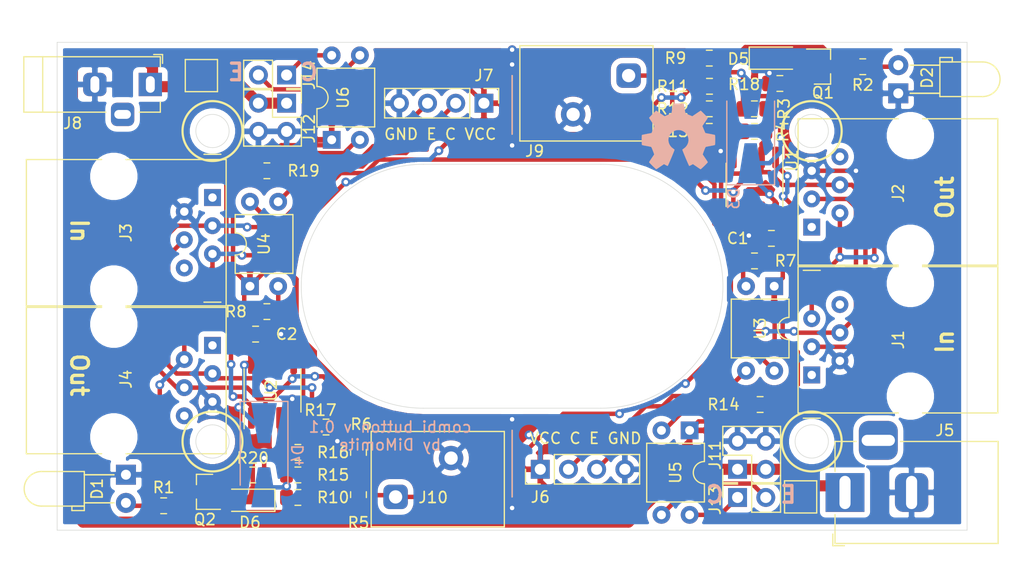
<source format=kicad_pcb>
(kicad_pcb (version 20171130) (host pcbnew "(5.1.6)-1")
  (layers (0 F.Cu signal) (31 B.Cu signal) (34 B.Paste user) (35 F.Paste user) (36 B.SilkS user) (37 F.SilkS user) (38 B.Mask user) (39 F.Mask user) (44 Edge.Cuts user))
  (net 0 "")
  (net 1 "Net-(J1-Pad1)")
  (net 2 "Net-(J1-Pad6)")
  (net 3 "Net-(J2-Pad1)")
  (net 4 "Net-(J2-Pad6)")
  (net 5 "Net-(J3-Pad1)")
  (net 6 "Net-(J3-Pad6)")
  (net 7 "Net-(J4-Pad1)")
  (net 8 "Net-(J4-Pad6)")
  (net 9 GND)
  (net 10 +5V)
  (net 11 "Net-(J5-Pad3)")
  (net 12 "Net-(J8-Pad3)")
  (net 13 "Net-(D1-Pad2)")
  (net 14 "Net-(D2-Pad2)")
  (net 15 /ButtonPoint)
  (net 16 /MiddlePoint)
  (net 17 VCC)
  (net 18 "Net-(R7-Pad2)")
  (net 19 "Net-(R7-Pad1)")
  (net 20 "Net-(R8-Pad2)")
  (net 21 "Net-(R8-Pad1)")
  (net 22 "Net-(R11-Pad2)")
  (net 23 "Net-(R12-Pad2)")
  (net 24 "Net-(R14-Pad2)")
  (net 25 "Net-(R14-Pad1)")
  (net 26 "Net-(R15-Pad2)")
  (net 27 "Net-(R16-Pad2)")
  (net 28 VDC)
  (net 29 /OPT_E)
  (net 30 /OPT_C)
  (net 31 "Net-(D5-Pad2)")
  (net 32 /OPT_C2)
  (net 33 /OPT_E2)
  (net 34 "Net-(R19-Pad2)")
  (net 35 "Net-(R19-Pad1)")
  (net 36 "Net-(D6-Pad2)")
  (net 37 /E2_1)
  (net 38 /C2_1)
  (net 39 /E2_2)
  (net 40 /C2_2)
  (module Symbol:OSHW-Symbol_6.7x6mm_SilkScreen (layer B.Cu) (at 115 86.5 180)
    (fp_text reference REF** hide)
    (fp_text value OSHW-Symbol_6.7x6mm_SilkScreen hide)
  )
  (module Resistor_SMD:R_0805_2012Metric_Pad1.15x1.40mm_HandSolder (layer F.Cu) (at 76.632 117.018 180)
    (fp_text reference R20 (at 0 1.524) (layer F.SilkS))
    (fp_text value 1k)
    (pad 2 smd roundrect (at 1.025 0 180) (size 1.15 1.4) (layers F.Cu F.Paste F.Mask) (roundrect_rratio 0.217391) (net 36 "Net-(D6-Pad2)"))
    (pad 1 smd roundrect (at -1.025 0 180) (size 1.15 1.4) (layers F.Cu F.Paste F.Mask) (roundrect_rratio 0.217391) (net 9 GND))
  )
  (module Diode_SMD:D_SOD-123 (layer F.Cu) (at 76.378 119.304 180)
    (fp_text reference D6 (at 0 -2) (layer F.SilkS))
    (fp_text value D_Zener)
    (pad 2 smd rect (at 1.65 0 180) (size 0.9 1.2) (layers F.Cu F.Paste F.Mask) (net 36 "Net-(D6-Pad2)"))
    (pad 1 smd rect (at -1.65 0 180) (size 0.9 1.2) (layers F.Cu F.Paste F.Mask) (net 17 VCC))
  )
  (module Package_DIP:DIP-4_W7.62mm (layer F.Cu) (at 83.744 86.792 90)
    (fp_text reference U6 (at 3.81 1.016 90) (layer F.SilkS))
    (fp_text value PC817)
    (pad 4 thru_hole oval (at 7.62 0 90) (size 1.6 1.6) (drill 0.8) (layers *.Cu *.Mask) (net 40 /C2_2))
    (pad 2 thru_hole oval (at 0 2.54 90) (size 1.6 1.6) (drill 0.8) (layers *.Cu *.Mask) (net 35 "Net-(R19-Pad1)"))
    (pad 3 thru_hole oval (at 7.62 2.54 90) (size 1.6 1.6) (drill 0.8) (layers *.Cu *.Mask) (net 39 /E2_2))
    (pad 1 thru_hole rect (at 0 0 90) (size 1.6 1.6) (drill 0.8) (layers *.Cu *.Mask) (net 17 VCC))
  )
  (module Resistor_SMD:R_0805_2012Metric_Pad1.15x1.40mm_HandSolder (layer F.Cu) (at 77.902 89.586 180)
    (fp_text reference R19 (at -3.302 0) (layer F.SilkS))
    (fp_text value 1k)
    (pad 2 smd roundrect (at 1.025 0 180) (size 1.15 1.4) (layers F.Cu F.Paste F.Mask) (roundrect_rratio 0.217391) (net 34 "Net-(R19-Pad2)"))
    (pad 1 smd roundrect (at -1.025 0 180) (size 1.15 1.4) (layers F.Cu F.Paste F.Mask) (roundrect_rratio 0.217391) (net 35 "Net-(R19-Pad1)"))
  )
  (module Connector_PinSocket_2.54mm:PinSocket_1x02_P2.54mm_Vertical (layer F.Cu) (at 79.68 80.95 270)
    (fp_text reference J14 (at 0 -2.032 90) (layer F.SilkS))
    (fp_text value Conn_01x02_Male)
    (pad 2 thru_hole oval (at 0 2.54 270) (size 1.7 1.7) (drill 1) (layers *.Cu *.Mask) (net 39 /E2_2))
    (pad 1 thru_hole rect (at 0 0 270) (size 1.7 1.7) (drill 1) (layers *.Cu *.Mask) (net 40 /C2_2))
  )
  (module Connector_PinSocket_2.54mm:PinSocket_1x02_P2.54mm_Vertical (layer F.Cu) (at 120.32 119.05 90)
    (fp_text reference J13 (at -0.254 -2.032 90) (layer F.SilkS))
    (fp_text value Conn_01x02_Male)
    (pad 2 thru_hole oval (at 0 2.54 90) (size 1.7 1.7) (drill 1) (layers *.Cu *.Mask) (net 37 /E2_1))
    (pad 1 thru_hole rect (at 0 0 90) (size 1.7 1.7) (drill 1) (layers *.Cu *.Mask) (net 38 /C2_1))
  )
  (module Resistor_SMD:R_0805_2012Metric_Pad1.15x1.40mm_HandSolder (layer F.Cu) (at 124.13 81.712)
    (fp_text reference R18 (at -3.226 0.076 180) (layer F.SilkS))
    (fp_text value 1k)
    (pad 2 smd roundrect (at 1.025 0) (size 1.15 1.4) (layers F.Cu F.Paste F.Mask) (roundrect_rratio 0.217391) (net 31 "Net-(D5-Pad2)"))
    (pad 1 smd roundrect (at -1.025 0) (size 1.15 1.4) (layers F.Cu F.Paste F.Mask) (roundrect_rratio 0.217391) (net 9 GND))
  )
  (module Diode_SMD:D_SOD-123 (layer F.Cu) (at 123.622 79.426)
    (fp_text reference D5 (at -3.226 0.076 180) (layer F.SilkS))
    (fp_text value D_Zener)
    (pad 2 smd rect (at 1.65 0) (size 0.9 1.2) (layers F.Cu F.Paste F.Mask) (net 31 "Net-(D5-Pad2)"))
    (pad 1 smd rect (at -1.65 0) (size 0.9 1.2) (layers F.Cu F.Paste F.Mask) (net 17 VCC))
  )
  (module Connector_PinHeader_2.54mm:PinHeader_1x04_P2.54mm_Vertical (layer F.Cu) (at 102.54 116.51 90)
    (fp_text reference J6 (at -2.5 0 180) (layer F.SilkS))
    (fp_text value Conn_01x04_Female)
    (pad 1 thru_hole rect (at 0 0 90) (size 1.7 1.7) (drill 1) (layers *.Cu *.Mask) (net 17 VCC))
    (pad 2 thru_hole oval (at 0 2.54 90) (size 1.7 1.7) (drill 1) (layers *.Cu *.Mask) (net 30 /OPT_C))
    (pad 3 thru_hole oval (at 0 5.08 90) (size 1.7 1.7) (drill 1) (layers *.Cu *.Mask) (net 29 /OPT_E))
    (pad 4 thru_hole oval (at 0 7.62 90) (size 1.7 1.7) (drill 1) (layers *.Cu *.Mask) (net 9 GND))
  )
  (module TestPoint:TestPoint_Pad_2.5x2.5mm (layer F.Cu) (at 72 81)
    (fp_text reference REF** hide)
    (fp_text value TestPoint_Pad_2.5x2.5mm hide)
    (pad 1 smd rect (at 0 0) (size 2.5 2.5) (layers F.Cu F.Mask) (net 28 VDC))
  )
  (module TestPoint:TestPoint_Pad_2.5x2.5mm (layer F.Cu) (at 126 119)
    (fp_text reference REF** hide)
    (fp_text value TestPoint_Pad_2.5x2.5mm hide)
    (pad 1 smd rect (at 0 0) (size 2.5 2.5) (layers F.Cu F.Mask) (net 28 VDC))
  )
  (module Connector_PinHeader_2.54mm:PinHeader_2x02_P2.54mm_Vertical (layer F.Cu) (at 79.68 83.49 270)
    (fp_text reference J12 (at 2.286 -2.032 90) (layer F.SilkS))
    (fp_text value Conn_02x02_Odd_Even)
    (pad 1 thru_hole rect (at 0 0 270) (size 1.7 1.7) (drill 1) (layers *.Cu *.Mask) (net 28 VDC))
    (pad 2 thru_hole oval (at 2.54 0 270) (size 1.7 1.7) (drill 1) (layers *.Cu *.Mask) (net 9 GND))
    (pad 3 thru_hole oval (at 0 2.54 270) (size 1.7 1.7) (drill 1) (layers *.Cu *.Mask) (net 28 VDC))
    (pad 4 thru_hole oval (at 2.54 2.54 270) (size 1.7 1.7) (drill 1) (layers *.Cu *.Mask) (net 9 GND))
  )
  (module Connector_PinHeader_2.54mm:PinHeader_2x02_P2.54mm_Vertical (layer F.Cu) (at 120.32 116.51 90)
    (fp_text reference J11 (at 1.27 -2.032 270) (layer F.SilkS))
    (fp_text value Conn_02x02_Odd_Even)
    (pad 1 thru_hole rect (at 0 0 90) (size 1.7 1.7) (drill 1) (layers *.Cu *.Mask) (net 28 VDC))
    (pad 2 thru_hole oval (at 2.54 0 90) (size 1.7 1.7) (drill 1) (layers *.Cu *.Mask) (net 9 GND))
    (pad 3 thru_hole oval (at 0 2.54 90) (size 1.7 1.7) (drill 1) (layers *.Cu *.Mask) (net 28 VDC))
    (pad 4 thru_hole oval (at 2.54 2.54 90) (size 1.7 1.7) (drill 1) (layers *.Cu *.Mask) (net 9 GND))
  )
  (module Resistor_SMD:R_0805_2012Metric_Pad1.15x1.40mm_HandSolder (layer F.Cu) (at 83.236 112.7)
    (fp_text reference R17 (at -0.508 -1.524) (layer F.SilkS))
    (fp_text value 10k)
    (pad 2 smd roundrect (at 1.025 0) (size 1.15 1.4) (layers F.Cu F.Paste F.Mask) (roundrect_rratio 0.217391) (net 9 GND))
    (pad 1 smd roundrect (at -1.025 0) (size 1.15 1.4) (layers F.Cu F.Paste F.Mask) (roundrect_rratio 0.217391) (net 27 "Net-(R16-Pad2)"))
  )
  (module Resistor_SMD:R_0805_2012Metric_Pad1.15x1.40mm_HandSolder (layer F.Cu) (at 80.696 114.986)
    (fp_text reference R16 (at 3.175 0) (layer F.SilkS))
    (fp_text value 4k7)
    (pad 1 smd roundrect (at -1.025 0) (size 1.15 1.4) (layers F.Cu F.Paste F.Mask) (roundrect_rratio 0.217391) (net 26 "Net-(R15-Pad2)"))
    (pad 2 smd roundrect (at 1.025 0) (size 1.15 1.4) (layers F.Cu F.Paste F.Mask) (roundrect_rratio 0.217391) (net 27 "Net-(R16-Pad2)"))
  )
  (module Resistor_SMD:R_0805_2012Metric_Pad1.15x1.40mm_HandSolder (layer F.Cu) (at 80.696 117.018)
    (fp_text reference R15 (at 3.175 0) (layer F.SilkS))
    (fp_text value 10k)
    (pad 2 smd roundrect (at 1.025 0) (size 1.15 1.4) (layers F.Cu F.Paste F.Mask) (roundrect_rratio 0.217391) (net 26 "Net-(R15-Pad2)"))
    (pad 1 smd roundrect (at -1.025 0) (size 1.15 1.4) (layers F.Cu F.Paste F.Mask) (roundrect_rratio 0.217391) (net 10 +5V))
  )
  (module "brbuttonsystem:Wago 250-3.5-2P-2" (layer F.Cu) (at 89.5 119 90)
    (fp_text reference J10 (at -0.05 3.388 180) (layer F.SilkS))
    (fp_text value Conn_01x02_Female)
    (pad 2 thru_hole circle (at 3.5 5 90) (size 2.2 2.2) (drill 1.2) (layers *.Cu *.Mask) (net 9 GND))
    (pad 1 thru_hole roundrect (at 0 0 90) (size 2.2 2.2) (drill 1.2) (layers *.Cu *.Mask) (net 15 /ButtonPoint))
  )
  (module "brbuttonsystem:Wago 250-3.5-2P-2" (layer F.Cu) (at 110.5 81 270)
    (fp_text reference J9 (at 6.808 8.468 180) (layer F.SilkS))
    (fp_text value Conn_01x02_Female)
    (pad 2 thru_hole circle (at 3.5 5 270) (size 2.2 2.2) (drill 1.2) (layers *.Cu *.Mask) (net 9 GND))
    (pad 1 thru_hole roundrect (at 0 0 270) (size 2.2 2.2) (drill 1.2) (layers *.Cu *.Mask) (net 15 /ButtonPoint))
  )
  (module Package_DIP:DIP-4_W7.62mm (layer F.Cu) (at 116 113 270)
    (fp_text reference U5 (at 3.81 1.27 90) (layer F.SilkS))
    (fp_text value PC817)
    (pad 4 thru_hole oval (at 7.62 0 270) (size 1.6 1.6) (drill 0.8) (layers *.Cu *.Mask) (net 38 /C2_1))
    (pad 2 thru_hole oval (at 0 2.54 270) (size 1.6 1.6) (drill 0.8) (layers *.Cu *.Mask) (net 25 "Net-(R14-Pad1)"))
    (pad 3 thru_hole oval (at 7.62 2.54 270) (size 1.6 1.6) (drill 0.8) (layers *.Cu *.Mask) (net 37 /E2_1))
    (pad 1 thru_hole rect (at 0 0 270) (size 1.6 1.6) (drill 0.8) (layers *.Cu *.Mask) (net 17 VCC))
  )
  (module Resistor_SMD:R_0805_2012Metric_Pad1.15x1.40mm_HandSolder (layer F.Cu) (at 122.352 110.668)
    (fp_text reference R14 (at -3.302 0) (layer F.SilkS))
    (fp_text value 1k)
    (pad 1 smd roundrect (at -1.025 0) (size 1.15 1.4) (layers F.Cu F.Paste F.Mask) (roundrect_rratio 0.217391) (net 25 "Net-(R14-Pad1)"))
    (pad 2 smd roundrect (at 1.025 0) (size 1.15 1.4) (layers F.Cu F.Paste F.Mask) (roundrect_rratio 0.217391) (net 24 "Net-(R14-Pad2)"))
  )
  (module Resistor_SMD:R_0805_2012Metric_Pad1.15x1.40mm_HandSolder (layer F.Cu) (at 117.771 86.03)
    (fp_text reference R13 (at -3.302 0) (layer F.SilkS))
    (fp_text value 10k)
    (pad 2 smd roundrect (at 1.025 0) (size 1.15 1.4) (layers F.Cu F.Paste F.Mask) (roundrect_rratio 0.217391) (net 9 GND))
    (pad 1 smd roundrect (at -1.025 0) (size 1.15 1.4) (layers F.Cu F.Paste F.Mask) (roundrect_rratio 0.217391) (net 23 "Net-(R12-Pad2)"))
  )
  (module Resistor_SMD:R_0805_2012Metric_Pad1.15x1.40mm_HandSolder (layer F.Cu) (at 117.771 83.998 180)
    (fp_text reference R12 (at 3.302 0) (layer F.SilkS))
    (fp_text value 4k7)
    (pad 2 smd roundrect (at 1.025 0 180) (size 1.15 1.4) (layers F.Cu F.Paste F.Mask) (roundrect_rratio 0.217391) (net 23 "Net-(R12-Pad2)"))
    (pad 1 smd roundrect (at -1.025 0 180) (size 1.15 1.4) (layers F.Cu F.Paste F.Mask) (roundrect_rratio 0.217391) (net 22 "Net-(R11-Pad2)"))
  )
  (module Resistor_SMD:R_0805_2012Metric_Pad1.15x1.40mm_HandSolder (layer F.Cu) (at 117.789 81.966)
    (fp_text reference R11 (at -3.302 0) (layer F.SilkS))
    (fp_text value 10k)
    (pad 2 smd roundrect (at 1.025 0) (size 1.15 1.4) (layers F.Cu F.Paste F.Mask) (roundrect_rratio 0.217391) (net 22 "Net-(R11-Pad2)"))
    (pad 1 smd roundrect (at -1.025 0) (size 1.15 1.4) (layers F.Cu F.Paste F.Mask) (roundrect_rratio 0.217391) (net 10 +5V))
  )
  (module Resistor_SMD:R_0805_2012Metric_Pad1.15x1.40mm_HandSolder (layer F.Cu) (at 80.696 119.05)
    (fp_text reference R10 (at 3.175 0) (layer F.SilkS))
    (fp_text value 4k7)
    (pad 2 smd roundrect (at 1.025 0) (size 1.15 1.4) (layers F.Cu F.Paste F.Mask) (roundrect_rratio 0.217391) (net 15 /ButtonPoint))
    (pad 1 smd roundrect (at -1.025 0) (size 1.15 1.4) (layers F.Cu F.Paste F.Mask) (roundrect_rratio 0.217391) (net 10 +5V))
  )
  (module Resistor_SMD:R_0805_2012Metric_Pad1.15x1.40mm_HandSolder (layer F.Cu) (at 117.771 79.426 180)
    (fp_text reference R9 (at 3.048 0) (layer F.SilkS))
    (fp_text value 4k7)
    (pad 2 smd roundrect (at 1.025 0 180) (size 1.15 1.4) (layers F.Cu F.Paste F.Mask) (roundrect_rratio 0.217391) (net 15 /ButtonPoint))
    (pad 1 smd roundrect (at -1.025 0 180) (size 1.15 1.4) (layers F.Cu F.Paste F.Mask) (roundrect_rratio 0.217391) (net 10 +5V))
  )
  (module Diode_SMD:D_SMA-SMB_Universal_Handsoldering (layer B.Cu) (at 121.5 86 90)
    (fp_text reference D3 (at -6.096 -1.524 90) (layer B.SilkS) (effects (justify mirror)))
    (fp_text value D_Schottky)
    (pad 2 smd trapezoid (at 2.9 0 270) (size 3.6 1.7) (rect_delta 0.6 0) (layers B.Cu B.Paste B.Mask) (net 10 +5V))
    (pad 1 smd trapezoid (at -2.9 0 90) (size 3.6 1.7) (rect_delta 0.6 0) (layers B.Cu B.Paste B.Mask) (net 17 VCC))
  )
  (module Resistor_SMD:R_0805_2012Metric_Pad1.15x1.40mm_HandSolder (layer F.Cu) (at 77.902 102.286 180)
    (fp_text reference R8 (at 2.785 0) (layer F.SilkS))
    (fp_text value 1k)
    (pad 2 smd roundrect (at 1.025 0 180) (size 1.15 1.4) (layers F.Cu F.Paste F.Mask) (roundrect_rratio 0.217391) (net 20 "Net-(R8-Pad2)"))
    (pad 1 smd roundrect (at -1.025 0 180) (size 1.15 1.4) (layers F.Cu F.Paste F.Mask) (roundrect_rratio 0.217391) (net 21 "Net-(R8-Pad1)"))
  )
  (module Resistor_SMD:R_0805_2012Metric_Pad1.15x1.40mm_HandSolder (layer F.Cu) (at 121.844 97.714)
    (fp_text reference R7 (at 2.794 0) (layer F.SilkS))
    (fp_text value 1k)
    (pad 2 smd roundrect (at 1.025 0) (size 1.15 1.4) (layers F.Cu F.Paste F.Mask) (roundrect_rratio 0.217391) (net 18 "Net-(R7-Pad2)"))
    (pad 1 smd roundrect (at -1.025 0) (size 1.15 1.4) (layers F.Cu F.Paste F.Mask) (roundrect_rratio 0.217391) (net 19 "Net-(R7-Pad1)"))
  )
  (module Package_TO_SOT_SMD:SOT-23 (layer F.Cu) (at 72.314 118.542 180)
    (fp_text reference Q2 (at 0 -2.5) (layer F.SilkS))
    (fp_text value Q_PMOS_GSD)
    (pad 3 smd rect (at 1 0 180) (size 0.9 0.8) (layers F.Cu F.Paste F.Mask) (net 10 +5V))
    (pad 2 smd rect (at -1 0.95 180) (size 0.9 0.8) (layers F.Cu F.Paste F.Mask) (net 17 VCC))
    (pad 1 smd rect (at -1 -0.95 180) (size 0.9 0.8) (layers F.Cu F.Paste F.Mask) (net 36 "Net-(D6-Pad2)"))
  )
  (module Package_TO_SOT_SMD:SOT-23 (layer F.Cu) (at 127.94 80.188)
    (fp_text reference Q1 (at 0.076 2.362) (layer F.SilkS))
    (fp_text value Q_PMOS_GSD)
    (pad 3 smd rect (at 1 0) (size 0.9 0.8) (layers F.Cu F.Paste F.Mask) (net 10 +5V))
    (pad 2 smd rect (at -1 0.95) (size 0.9 0.8) (layers F.Cu F.Paste F.Mask) (net 17 VCC))
    (pad 1 smd rect (at -1 -0.95) (size 0.9 0.8) (layers F.Cu F.Paste F.Mask) (net 31 "Net-(D5-Pad2)"))
  )
  (module Diode_SMD:D_SMA-SMB_Universal_Handsoldering (layer B.Cu) (at 77.648 115.24 270)
    (fp_text reference D4 (at 0 -3.048 90) (layer B.SilkS) (effects (justify mirror)))
    (fp_text value D_Schottky)
    (pad 2 smd trapezoid (at 2.9 0 90) (size 3.6 1.7) (rect_delta 0.6 0) (layers B.Cu B.Paste B.Mask) (net 10 +5V))
    (pad 1 smd trapezoid (at -2.9 0 270) (size 3.6 1.7) (rect_delta 0.6 0) (layers B.Cu B.Paste B.Mask) (net 17 VCC))
  )
  (module Package_DIP:DIP-4_W7.62mm (layer F.Cu) (at 76.378 100 90)
    (fp_text reference U4 (at 3.81 1.27 90) (layer F.SilkS))
    (fp_text value PC817)
    (pad 4 thru_hole oval (at 7.62 0 90) (size 1.6 1.6) (drill 0.8) (layers *.Cu *.Mask) (net 32 /OPT_C2))
    (pad 2 thru_hole oval (at 0 2.54 90) (size 1.6 1.6) (drill 0.8) (layers *.Cu *.Mask) (net 21 "Net-(R8-Pad1)"))
    (pad 3 thru_hole oval (at 7.62 2.54 90) (size 1.6 1.6) (drill 0.8) (layers *.Cu *.Mask) (net 33 /OPT_E2))
    (pad 1 thru_hole rect (at 0 0 90) (size 1.6 1.6) (drill 0.8) (layers *.Cu *.Mask) (net 17 VCC))
  )
  (module Package_DIP:DIP-4_W7.62mm (layer F.Cu) (at 123.622 100 270)
    (fp_text reference U3 (at 3.81 1.27 90) (layer F.SilkS))
    (fp_text value PC817)
    (pad 4 thru_hole oval (at 7.62 0 270) (size 1.6 1.6) (drill 0.8) (layers *.Cu *.Mask) (net 30 /OPT_C))
    (pad 2 thru_hole oval (at 0 2.54 270) (size 1.6 1.6) (drill 0.8) (layers *.Cu *.Mask) (net 19 "Net-(R7-Pad1)"))
    (pad 3 thru_hole oval (at 7.62 2.54 270) (size 1.6 1.6) (drill 0.8) (layers *.Cu *.Mask) (net 29 /OPT_E))
    (pad 1 thru_hole rect (at 0 0 270) (size 1.6 1.6) (drill 0.8) (layers *.Cu *.Mask) (net 17 VCC))
  )
  (module Package_SO:SOIC-8_3.9x4.9mm_P1.27mm (layer F.Cu) (at 78.41 109.398 90)
    (fp_text reference U2 (at -0.004 -0.127 90) (layer F.SilkS))
    (fp_text value LM393)
    (pad 8 smd roundrect (at 2.475 -1.905 90) (size 1.95 0.6) (layers F.Cu F.Paste F.Mask) (net 17 VCC))
    (pad 7 smd roundrect (at 2.475 -0.635 90) (size 1.95 0.6) (layers F.Cu F.Paste F.Mask) (net 20 "Net-(R8-Pad2)"))
    (pad 6 smd roundrect (at 2.475 0.635 90) (size 1.95 0.6) (layers F.Cu F.Paste F.Mask) (net 27 "Net-(R16-Pad2)"))
    (pad 5 smd roundrect (at 2.475 1.905 90) (size 1.95 0.6) (layers F.Cu F.Paste F.Mask) (net 16 /MiddlePoint))
    (pad 4 smd roundrect (at -2.475 1.905 90) (size 1.95 0.6) (layers F.Cu F.Paste F.Mask) (net 9 GND))
    (pad 3 smd roundrect (at -2.475 0.635 90) (size 1.95 0.6) (layers F.Cu F.Paste F.Mask) (net 26 "Net-(R15-Pad2)"))
    (pad 2 smd roundrect (at -2.475 -0.635 90) (size 1.95 0.6) (layers F.Cu F.Paste F.Mask) (net 16 /MiddlePoint))
    (pad 1 smd roundrect (at -2.475 -1.905 90) (size 1.95 0.6) (layers F.Cu F.Paste F.Mask) (net 34 "Net-(R19-Pad2)"))
  )
  (module Capacitor_SMD:C_0805_2012Metric_Pad1.15x1.40mm_HandSolder (layer F.Cu) (at 76.886 104.318)
    (fp_text reference C2 (at 2.794 0) (layer F.SilkS))
    (fp_text value 0.1uF)
    (pad 2 smd roundrect (at 1.025 0) (size 1.15 1.4) (layers F.Cu F.Paste F.Mask) (roundrect_rratio 0.217391) (net 9 GND))
    (pad 1 smd roundrect (at -1.025 0) (size 1.15 1.4) (layers F.Cu F.Paste F.Mask) (roundrect_rratio 0.217391) (net 17 VCC))
  )
  (module Package_SO:SOIC-8_3.9x4.9mm_P1.27mm (layer F.Cu) (at 121.844 90.856 270)
    (fp_text reference U1 (at -2.21 -3.378 90) (layer F.SilkS))
    (fp_text value LM393)
    (pad 8 smd roundrect (at 2.475 -1.905 270) (size 1.95 0.6) (layers F.Cu F.Paste F.Mask) (net 17 VCC))
    (pad 7 smd roundrect (at 2.475 -0.635 270) (size 1.95 0.6) (layers F.Cu F.Paste F.Mask) (net 18 "Net-(R7-Pad2)"))
    (pad 6 smd roundrect (at 2.475 0.635 270) (size 1.95 0.6) (layers F.Cu F.Paste F.Mask) (net 23 "Net-(R12-Pad2)"))
    (pad 5 smd roundrect (at 2.475 1.905 270) (size 1.95 0.6) (layers F.Cu F.Paste F.Mask) (net 16 /MiddlePoint))
    (pad 4 smd roundrect (at -2.475 1.905 270) (size 1.95 0.6) (layers F.Cu F.Paste F.Mask) (net 9 GND))
    (pad 3 smd roundrect (at -2.475 0.635 270) (size 1.95 0.6) (layers F.Cu F.Paste F.Mask) (net 22 "Net-(R11-Pad2)"))
    (pad 2 smd roundrect (at -2.475 -0.635 270) (size 1.95 0.6) (layers F.Cu F.Paste F.Mask) (net 16 /MiddlePoint))
    (pad 1 smd roundrect (at -2.475 -1.905 270) (size 1.95 0.6) (layers F.Cu F.Paste F.Mask) (net 24 "Net-(R14-Pad2)"))
  )
  (module Capacitor_SMD:C_0805_2012Metric_Pad1.15x1.40mm_HandSolder (layer F.Cu) (at 123.368 95.682 180)
    (fp_text reference C1 (at 3.039 0) (layer F.SilkS))
    (fp_text value 0.1uF hide)
    (pad 2 smd roundrect (at 1.025 0 180) (size 1.15 1.4) (layers F.Cu F.Paste F.Mask) (roundrect_rratio 0.217391) (net 9 GND))
    (pad 1 smd roundrect (at -1.025 0 180) (size 1.15 1.4) (layers F.Cu F.Paste F.Mask) (roundrect_rratio 0.217391) (net 17 VCC))
  )
  (module Resistor_SMD:R_0805_2012Metric_Pad1.15x1.40mm_HandSolder (layer F.Cu) (at 86.157 114.986 90)
    (fp_text reference R6 (at 2.54 0.254 180) (layer F.SilkS))
    (fp_text value 10k)
    (pad 2 smd roundrect (at 1.025 0 90) (size 1.15 1.4) (layers F.Cu F.Paste F.Mask) (roundrect_rratio 0.217391) (net 9 GND))
    (pad 1 smd roundrect (at -1.025 0 90) (size 1.15 1.4) (layers F.Cu F.Paste F.Mask) (roundrect_rratio 0.217391) (net 16 /MiddlePoint))
  )
  (module Resistor_SMD:R_0805_2012Metric_Pad1.15x1.40mm_HandSolder (layer F.Cu) (at 86.157 118.796 90)
    (fp_text reference R5 (at -2.54 0 180) (layer F.SilkS))
    (fp_text value 10k)
    (pad 2 smd roundrect (at 1.025 0 90) (size 1.15 1.4) (layers F.Cu F.Paste F.Mask) (roundrect_rratio 0.217391) (net 16 /MiddlePoint))
    (pad 1 smd roundrect (at -1.025 0 90) (size 1.15 1.4) (layers F.Cu F.Paste F.Mask) (roundrect_rratio 0.217391) (net 10 +5V))
  )
  (module Resistor_SMD:R_0805_2012Metric_Pad1.15x1.40mm_HandSolder (layer F.Cu) (at 121.844 86.03 180)
    (fp_text reference R4 (at -2.54 0 90) (layer F.SilkS))
    (fp_text value 10k)
    (pad 2 smd roundrect (at 1.025 0 180) (size 1.15 1.4) (layers F.Cu F.Paste F.Mask) (roundrect_rratio 0.217391) (net 9 GND))
    (pad 1 smd roundrect (at -1.025 0 180) (size 1.15 1.4) (layers F.Cu F.Paste F.Mask) (roundrect_rratio 0.217391) (net 16 /MiddlePoint))
  )
  (module Resistor_SMD:R_0805_2012Metric_Pad1.15x1.40mm_HandSolder (layer F.Cu) (at 121.835 83.998)
    (fp_text reference R3 (at 2.665 0.002 270) (layer F.SilkS))
    (fp_text value 10k)
    (pad 2 smd roundrect (at 1.025 0) (size 1.15 1.4) (layers F.Cu F.Paste F.Mask) (roundrect_rratio 0.217391) (net 16 /MiddlePoint))
    (pad 1 smd roundrect (at -1.025 0) (size 1.15 1.4) (layers F.Cu F.Paste F.Mask) (roundrect_rratio 0.217391) (net 10 +5V))
  )
  (module Resistor_SMD:R_0805_2012Metric_Pad1.15x1.40mm_HandSolder (layer F.Cu) (at 131.6 80.2 180)
    (fp_text reference R2 (at 0 -1.65) (layer F.SilkS))
    (fp_text value 1k)
    (pad 2 smd roundrect (at 1.025 0 180) (size 1.15 1.4) (layers F.Cu F.Paste F.Mask) (roundrect_rratio 0.217391) (net 10 +5V))
    (pad 1 smd roundrect (at -1.025 0 180) (size 1.15 1.4) (layers F.Cu F.Paste F.Mask) (roundrect_rratio 0.217391) (net 14 "Net-(D2-Pad2)"))
  )
  (module Resistor_SMD:R_0805_2012Metric_Pad1.15x1.40mm_HandSolder (layer F.Cu) (at 68.6 119.8)
    (fp_text reference R1 (at 0 -1.65) (layer F.SilkS))
    (fp_text value 1k)
    (pad 2 smd roundrect (at 1.025 0) (size 1.15 1.4) (layers F.Cu F.Paste F.Mask) (roundrect_rratio 0.217391) (net 10 +5V))
    (pad 1 smd roundrect (at -1.025 0) (size 1.15 1.4) (layers F.Cu F.Paste F.Mask) (roundrect_rratio 0.217391) (net 13 "Net-(D1-Pad2)"))
  )
  (module LED_THT:LED_D3.0mm_Horizontal_O3.81mm_Z2.0mm (layer F.Cu) (at 134.8 82.6 90)
    (fp_text reference D2 (at 1.4 2.6 90) (layer F.SilkS))
    (fp_text value LED_Dual_2pin)
    (pad 2 thru_hole circle (at 2.54 0 90) (size 1.8 1.8) (drill 0.9) (layers *.Cu *.Mask) (net 14 "Net-(D2-Pad2)"))
    (pad 1 thru_hole rect (at 0 0 90) (size 1.8 1.8) (drill 0.9) (layers *.Cu *.Mask) (net 9 GND))
  )
  (module LED_THT:LED_D3.0mm_Horizontal_O3.81mm_Z2.0mm (layer F.Cu) (at 65.2 117 270)
    (fp_text reference D1 (at 1.27 2.6 90) (layer F.SilkS))
    (fp_text value LED_Dual_2pin)
    (pad 2 thru_hole circle (at 2.54 0 270) (size 1.8 1.8) (drill 0.9) (layers *.Cu *.Mask) (net 13 "Net-(D1-Pad2)"))
    (pad 1 thru_hole rect (at 0 0 270) (size 1.8 1.8) (drill 0.9) (layers *.Cu *.Mask) (net 9 GND))
  )
  (module brbuttonsystem:BarrelJack_Horizontal_4.2 (layer F.Cu) (at 67.4 81.8)
    (fp_text reference J8 (at -7 3.5) (layer F.SilkS))
    (fp_text value Barrel_Jack_Switch)
    (pad 3 thru_hole roundrect (at -2.5 2.7) (size 2.1 2.1) (drill oval 1.5 0.8) (layers *.Cu *.Mask) (net 12 "Net-(J8-Pad3)"))
    (pad 2 thru_hole roundrect (at -5 0) (size 2.1 2.1) (drill oval 0.8 1.5) (layers *.Cu *.Mask) (net 9 GND))
    (pad 1 thru_hole rect (at 0 0) (size 2.1 2.1) (drill oval 0.8 1.5) (layers *.Cu *.Mask) (net 28 VDC))
  )
  (module Connector_PinHeader_2.54mm:PinHeader_1x04_P2.54mm_Vertical (layer F.Cu) (at 97.46 83.49 270)
    (fp_text reference J7 (at -2.5 0 180) (layer F.SilkS))
    (fp_text value Conn_01x04_Female)
    (pad 1 thru_hole rect (at 0 0 270) (size 1.7 1.7) (drill 1) (layers *.Cu *.Mask) (net 17 VCC))
    (pad 2 thru_hole oval (at 0 2.54 270) (size 1.7 1.7) (drill 1) (layers *.Cu *.Mask) (net 32 /OPT_C2))
    (pad 3 thru_hole oval (at 0 5.08 270) (size 1.7 1.7) (drill 1) (layers *.Cu *.Mask) (net 33 /OPT_E2))
    (pad 4 thru_hole oval (at 0 7.62 270) (size 1.7 1.7) (drill 1) (layers *.Cu *.Mask) (net 9 GND))
  )
  (module Connector_BarrelJack:BarrelJack_Horizontal (layer F.Cu) (at 130 118.6 180)
    (fp_text reference J5 (at -9 5.6) (layer F.SilkS))
    (fp_text value Barrel_Jack_Switch)
    (pad 3 thru_hole roundrect (at -3 4.7 180) (size 3.5 3.5) (drill oval 3 1) (layers *.Cu *.Mask) (net 11 "Net-(J5-Pad3)"))
    (pad 2 thru_hole roundrect (at -6 0 180) (size 3 3.5) (drill oval 1 3) (layers *.Cu *.Mask) (net 9 GND))
    (pad 1 thru_hole rect (at 0 0 180) (size 3.5 3.5) (drill oval 1 3) (layers *.Cu *.Mask) (net 28 VDC))
  )
  (module Connector_RJ:RJ12_Amphenol_54601 (layer F.Cu) (at 73 105.335 270)
    (fp_text reference J4 (at 3.047 7.798 90) (layer F.SilkS))
    (fp_text value RJ12)
    (pad "" np_thru_hole circle (at 8.25 8.89 270) (size 3.25 3.25) (drill 3.25) (layers *.Cu *.Mask))
    (pad 6 thru_hole circle (at 6.35 2.54 270) (size 1.52 1.52) (drill 0.76) (layers *.Cu *.Mask) (net 8 "Net-(J4-Pad6)"))
    (pad 5 thru_hole circle (at 5.08 0 270) (size 1.52 1.52) (drill 0.76) (layers *.Cu *.Mask) (net 9 GND))
    (pad 4 thru_hole circle (at 3.81 2.54 270) (size 1.52 1.52) (drill 0.76) (layers *.Cu *.Mask) (net 16 /MiddlePoint))
    (pad 3 thru_hole circle (at 2.54 0 270) (size 1.52 1.52) (drill 0.76) (layers *.Cu *.Mask) (net 15 /ButtonPoint))
    (pad 2 thru_hole circle (at 1.27 2.54 270) (size 1.52 1.52) (drill 0.76) (layers *.Cu *.Mask) (net 10 +5V))
    (pad "" np_thru_hole circle (at -1.91 8.89 270) (size 3.25 3.25) (drill 3.25) (layers *.Cu *.Mask))
    (pad 1 thru_hole rect (at 0 0 270) (size 1.52 1.52) (drill 0.76) (layers *.Cu *.Mask) (net 7 "Net-(J4-Pad1)"))
  )
  (module Connector_RJ:RJ12_Amphenol_54601 (layer F.Cu) (at 73 92 270)
    (fp_text reference J3 (at 3.174 7.798 90) (layer F.SilkS))
    (fp_text value RJ12)
    (pad "" np_thru_hole circle (at 8.25 8.89 270) (size 3.25 3.25) (drill 3.25) (layers *.Cu *.Mask))
    (pad 6 thru_hole circle (at 6.35 2.54 270) (size 1.52 1.52) (drill 0.76) (layers *.Cu *.Mask) (net 6 "Net-(J3-Pad6)"))
    (pad 5 thru_hole circle (at 5.08 0 270) (size 1.52 1.52) (drill 0.76) (layers *.Cu *.Mask) (net 10 +5V))
    (pad 4 thru_hole circle (at 3.81 2.54 270) (size 1.52 1.52) (drill 0.76) (layers *.Cu *.Mask) (net 15 /ButtonPoint))
    (pad 3 thru_hole circle (at 2.54 0 270) (size 1.52 1.52) (drill 0.76) (layers *.Cu *.Mask) (net 16 /MiddlePoint))
    (pad 2 thru_hole circle (at 1.27 2.54 270) (size 1.52 1.52) (drill 0.76) (layers *.Cu *.Mask) (net 9 GND))
    (pad "" np_thru_hole circle (at -1.91 8.89 270) (size 3.25 3.25) (drill 3.25) (layers *.Cu *.Mask))
    (pad 1 thru_hole rect (at 0 0 270) (size 1.52 1.52) (drill 0.76) (layers *.Cu *.Mask) (net 5 "Net-(J3-Pad1)"))
  )
  (module Connector_RJ:RJ12_Amphenol_54601 (layer F.Cu) (at 127 94.665 90)
    (fp_text reference J2 (at 3.047 7.798 90) (layer F.SilkS))
    (fp_text value RJ12)
    (pad "" np_thru_hole circle (at 8.25 8.89 90) (size 3.25 3.25) (drill 3.25) (layers *.Cu *.Mask))
    (pad 6 thru_hole circle (at 6.35 2.54 90) (size 1.52 1.52) (drill 0.76) (layers *.Cu *.Mask) (net 4 "Net-(J2-Pad6)"))
    (pad 5 thru_hole circle (at 5.08 0 90) (size 1.52 1.52) (drill 0.76) (layers *.Cu *.Mask) (net 9 GND))
    (pad 4 thru_hole circle (at 3.81 2.54 90) (size 1.52 1.52) (drill 0.76) (layers *.Cu *.Mask) (net 16 /MiddlePoint))
    (pad 3 thru_hole circle (at 2.54 0 90) (size 1.52 1.52) (drill 0.76) (layers *.Cu *.Mask) (net 15 /ButtonPoint))
    (pad 2 thru_hole circle (at 1.27 2.54 90) (size 1.52 1.52) (drill 0.76) (layers *.Cu *.Mask) (net 10 +5V))
    (pad "" np_thru_hole circle (at -1.91 8.89 90) (size 3.25 3.25) (drill 3.25) (layers *.Cu *.Mask))
    (pad 1 thru_hole rect (at 0 0 90) (size 1.52 1.52) (drill 0.76) (layers *.Cu *.Mask) (net 3 "Net-(J2-Pad1)"))
  )
  (module Connector_RJ:RJ12_Amphenol_54601 (layer F.Cu) (at 127 108 90)
    (fp_text reference J1 (at 3.174 7.798 90) (layer F.SilkS))
    (fp_text value RJ12)
    (pad "" np_thru_hole circle (at 8.25 8.89 90) (size 3.25 3.25) (drill 3.25) (layers *.Cu *.Mask))
    (pad 6 thru_hole circle (at 6.35 2.54 90) (size 1.52 1.52) (drill 0.76) (layers *.Cu *.Mask) (net 2 "Net-(J1-Pad6)"))
    (pad 5 thru_hole circle (at 5.08 0 90) (size 1.52 1.52) (drill 0.76) (layers *.Cu *.Mask) (net 10 +5V))
    (pad 4 thru_hole circle (at 3.81 2.54 90) (size 1.52 1.52) (drill 0.76) (layers *.Cu *.Mask) (net 15 /ButtonPoint))
    (pad 3 thru_hole circle (at 2.54 0 90) (size 1.52 1.52) (drill 0.76) (layers *.Cu *.Mask) (net 16 /MiddlePoint))
    (pad 2 thru_hole circle (at 1.27 2.54 90) (size 1.52 1.52) (drill 0.76) (layers *.Cu *.Mask) (net 9 GND))
    (pad "" np_thru_hole circle (at -1.91 8.89 90) (size 3.25 3.25) (drill 3.25) (layers *.Cu *.Mask))
    (pad 1 thru_hole rect (at 0 0 90) (size 1.52 1.52) (drill 0.76) (layers *.Cu *.Mask) (net 1 "Net-(J1-Pad1)"))
  )
  (gr_text "combi button v 0.1\nby DiMomite" (at 89 113.5) (layer B.SilkS) (effects (font (size 1 1)) (justify mirror)))
  (gr_text E (at 75.108 80.696) (layer B.SilkS) (effects (font (size 1.5 1.5) (thickness 0.3)) (justify mirror)))
  (gr_text C (at 81.712 80.696) (layer B.SilkS) (effects (font (size 1.5 1.5) (thickness 0.3)) (justify mirror)))
  (gr_text Out (at 61 108 270) (layer F.SilkS) (effects (font (size 1.5 1.5) (thickness 0.3))))
  (gr_text Out (at 139 92 90) (layer F.SilkS) (effects (font (size 1.5 1.5) (thickness 0.3))))
  (gr_text In (at 61 95 270) (layer F.SilkS) (effects (font (size 1.5 1.5) (thickness 0.3))))
  (gr_text In (at 139 105 90) (layer F.SilkS) (effects (font (size 1.5 1.5) (thickness 0.3))))
  (gr_text "GND E C VCC " (at 93.904 86.284) (layer F.SilkS) (effects (font (size 1 1))))
  (gr_text "VCC C E GND" (at 106.604 113.716) (layer F.SilkS) (effects (font (size 1 1))))
  (gr_text E (at 124.892 118.796) (layer B.SilkS) (effects (font (size 1.5 1.5) (thickness 0.3)) (justify mirror)))
  (gr_text C (at 118.288 118.796) (layer B.SilkS) (effects (font (size 1.5 1.5) (thickness 0.3)) (justify mirror)))
  (gr_line (start 100 113) (end 100 119) (layer B.SilkS) (width 0.12))
  (gr_line (start 100 81) (end 100 86.284) (layer B.SilkS) (width 0.12))
  (gr_line (start 100 113) (end 100 119) (layer F.SilkS) (width 0.12))
  (gr_line (start 100 86.284) (end 100 81) (layer F.SilkS) (width 0.12))
  (gr_arc (start 92 100) (end 92 89) (angle -180) (layer Edge.Cuts) (width 0.05))
  (gr_arc (start 108 100) (end 108 111) (angle -180) (layer Edge.Cuts) (width 0.05))
  (gr_line (start 92 111) (end 108 111) (layer Edge.Cuts) (width 0.05))
  (gr_line (start 92 89) (end 108 89) (layer Edge.Cuts) (width 0.05))
  (gr_line (start 59 122) (end 59 78) (layer Edge.Cuts) (width 0.05))
  (gr_line (start 141 122) (end 141 78) (layer Edge.Cuts) (width 0.05))
  (gr_line (start 59 78) (end 141 78) (layer Edge.Cuts) (width 0.05))
  (gr_line (start 59 122) (end 141 122) (layer Edge.Cuts) (width 0.05))
  (gr_circle (center 127 86) (end 129.7 86) (layer F.SilkS) (width 0.2))
  (gr_circle (center 127 114) (end 129.7 114) (layer F.SilkS) (width 0.2))
  (gr_circle (center 73 114) (end 75.7 114) (layer F.SilkS) (width 0.2))
  (gr_circle (center 73 86) (end 74.5 86) (layer Edge.Cuts) (width 0.05))
  (gr_circle (center 73 114) (end 74.5 114) (layer Edge.Cuts) (width 0.05))
  (gr_circle (center 127 114) (end 128.5 114) (layer Edge.Cuts) (width 0.05))
  (gr_circle (center 127 86) (end 128.5 86) (layer Edge.Cuts) (width 0.05))
  (gr_circle (center 73 86) (end 75.7 86) (layer F.SilkS) (width 0.2))
  (segment (start 119.558 101.27) (end 119.558 99.238) (width 0.4) (layer B.Cu) (net 9))
  (via (at 100 112) (size 0.8) (drill 0.4) (layers F.Cu B.Cu) (net 9))
  (via (at 100 120) (size 0.8) (drill 0.4) (layers F.Cu B.Cu) (net 9))
  (via (at 100 87.3) (size 0.8) (drill 0.4) (layers F.Cu B.Cu) (net 9))
  (via (at 100 80) (size 0.8) (drill 0.4) (layers F.Cu B.Cu) (net 9))
  (segment (start 118.796 86.03) (end 120.819 86.03) (width 0.4) (layer F.Cu) (net 9))
  (via (at 118.796 87.808) (size 0.8) (drill 0.4) (layers F.Cu B.Cu) (net 9))
  (segment (start 119.939 88.381) (end 119.369 88.381) (width 0.4) (layer F.Cu) (net 9))
  (segment (start 119.369 88.381) (end 118.796 87.808) (width 0.4) (layer F.Cu) (net 9))
  (segment (start 118.796 86.03) (end 118.796 87.808) (width 0.4) (layer F.Cu) (net 9))
  (segment (start 122.343 95.682) (end 121.59 95.682) (width 0.4) (layer F.Cu) (net 9))
  (via (at 121.336 95.428) (size 0.8) (drill 0.4) (layers F.Cu B.Cu) (net 9))
  (segment (start 121.59 95.682) (end 121.336 95.428) (width 0.4) (layer F.Cu) (net 9))
  (via (at 130.988 89.586) (size 0.8) (drill 0.4) (layers F.Cu B.Cu) (net 9))
  (segment (start 127 89.585) (end 130.987 89.585) (width 0.4) (layer F.Cu) (net 9))
  (segment (start 130.987 89.585) (end 130.988 89.586) (width 0.4) (layer F.Cu) (net 9))
  (via (at 100 78.664) (size 0.8) (drill 0.4) (layers F.Cu B.Cu) (net 9))
  (segment (start 123.105 81.712) (end 123.105 80.857) (width 0.4) (layer F.Cu) (net 9))
  (via (at 123.19 80.772) (size 0.8) (drill 0.4) (layers F.Cu B.Cu) (net 9))
  (segment (start 123.105 80.857) (end 123.19 80.772) (width 0.4) (layer F.Cu) (net 9))
  (via (at 80.188 110.16) (size 0.8) (drill 0.4) (layers F.Cu B.Cu) (net 9))
  (segment (start 80.315 111.873) (end 80.315 110.287) (width 0.4) (layer F.Cu) (net 9))
  (segment (start 80.315 110.287) (end 80.188 110.16) (width 0.4) (layer F.Cu) (net 9))
  (via (at 77.648 115.494) (size 0.8) (drill 0.4) (layers F.Cu B.Cu) (net 9))
  (segment (start 77.657 117.018) (end 77.657 115.503) (width 0.4) (layer F.Cu) (net 9))
  (segment (start 77.657 115.503) (end 77.648 115.494) (width 0.4) (layer F.Cu) (net 9))
  (via (at 79.172 104.318) (size 0.8) (drill 0.4) (layers F.Cu B.Cu) (net 9))
  (segment (start 77.911 104.318) (end 79.172 104.318) (width 0.4) (layer F.Cu) (net 9))
  (via (at 84.252 113.97) (size 0.8) (drill 0.4) (layers F.Cu B.Cu) (net 9))
  (segment (start 84.261 112.7) (end 84.261 113.961) (width 0.4) (layer F.Cu) (net 9))
  (segment (start 84.261 113.961) (end 84.252 113.97) (width 0.4) (layer F.Cu) (net 9))
  (segment (start 86.157 113.961) (end 84.261 113.961) (width 0.4) (layer F.Cu) (net 9))
  (segment (start 129.54 97.384) (end 129.54 93.395) (width 0.4) (layer F.Cu) (net 10))
  (via (at 129.54 97.384) (size 0.8) (drill 0.4) (layers F.Cu B.Cu) (net 10))
  (via (at 132.642011 97.46) (size 0.8) (drill 0.4) (layers F.Cu B.Cu) (net 10))
  (segment (start 129.54 97.384) (end 132.566011 97.384) (width 0.4) (layer B.Cu) (net 10))
  (segment (start 132.566011 97.384) (end 132.642011 97.46) (width 0.4) (layer B.Cu) (net 10))
  (segment (start 130.575 80.2) (end 130.575 84.855) (width 0.4) (layer F.Cu) (net 10))
  (segment (start 132.642011 86.922011) (end 132.642011 97.46) (width 0.4) (layer F.Cu) (net 10))
  (segment (start 130.575 84.855) (end 132.642011 86.922011) (width 0.4) (layer F.Cu) (net 10))
  (segment (start 70.46 106.605) (end 70.46 100.838) (width 0.4) (layer F.Cu) (net 10))
  (segment (start 73 98.298) (end 73 97.08) (width 0.4) (layer F.Cu) (net 10))
  (segment (start 70.46 100.838) (end 73 98.298) (width 0.4) (layer F.Cu) (net 10))
  (segment (start 127 99.924) (end 129.54 97.384) (width 0.4) (layer F.Cu) (net 10))
  (segment (start 127 102.92) (end 127 99.924) (width 0.4) (layer F.Cu) (net 10))
  (segment (start 130.563 80.188) (end 130.575 80.2) (width 0.4) (layer F.Cu) (net 10))
  (segment (start 128.94 80.188) (end 130.563 80.188) (width 0.4) (layer F.Cu) (net 10))
  (segment (start 121.015001 78.425999) (end 120.015 79.426) (width 0.4) (layer F.Cu) (net 10))
  (segment (start 128.94 80.188) (end 128.94 79.388) (width 0.4) (layer F.Cu) (net 10))
  (segment (start 127.977999 78.425999) (end 121.015001 78.425999) (width 0.4) (layer F.Cu) (net 10))
  (segment (start 128.94 79.388) (end 127.977999 78.425999) (width 0.4) (layer F.Cu) (net 10))
  (segment (start 120.015 79.426) (end 118.796 79.426) (width 0.4) (layer F.Cu) (net 10))
  (via (at 120.65 80.772) (size 0.8) (drill 0.4) (layers F.Cu B.Cu) (net 10))
  (segment (start 116.764 81.966) (end 116.764 81.266) (width 0.4) (layer F.Cu) (net 10))
  (segment (start 116.764 81.266) (end 117.334 80.696) (width 0.4) (layer F.Cu) (net 10))
  (segment (start 117.334 80.696) (end 118.796 80.696) (width 0.4) (layer F.Cu) (net 10))
  (segment (start 121.5 83.1) (end 121.5 81.622) (width 0.4) (layer B.Cu) (net 10))
  (segment (start 121.5 81.622) (end 120.65 80.772) (width 0.4) (layer B.Cu) (net 10))
  (segment (start 120.65 80.772) (end 120.574 80.696) (width 0.4) (layer F.Cu) (net 10))
  (segment (start 120.574 80.696) (end 118.796 80.696) (width 0.4) (layer F.Cu) (net 10))
  (segment (start 118.796 79.426) (end 118.796 80.696) (width 0.4) (layer F.Cu) (net 10))
  (segment (start 120.81 80.932) (end 120.65 80.772) (width 0.4) (layer F.Cu) (net 10))
  (segment (start 120.81 83.998) (end 120.81 80.932) (width 0.4) (layer F.Cu) (net 10))
  (segment (start 69.625 119.8) (end 71.032 119.8) (width 0.4) (layer F.Cu) (net 10))
  (segment (start 71.314 119.518) (end 71.032 119.8) (width 0.4) (layer F.Cu) (net 10))
  (segment (start 71.314 118.542) (end 71.314 119.518) (width 0.4) (layer F.Cu) (net 10))
  (segment (start 71.314 118.542) (end 71.314 118.304) (width 0.4) (layer F.Cu) (net 10))
  (segment (start 71.314 118.304) (end 68.25 115.24) (width 0.4) (layer F.Cu) (net 10))
  (via (at 68.25 108.89) (size 0.8) (drill 0.4) (layers F.Cu B.Cu) (net 10))
  (segment (start 68.25 115.24) (end 68.25 108.89) (width 0.4) (layer F.Cu) (net 10))
  (segment (start 68.25 108.815) (end 70.46 106.605) (width 0.4) (layer B.Cu) (net 10))
  (segment (start 68.25 108.89) (end 68.25 108.815) (width 0.4) (layer B.Cu) (net 10))
  (via (at 75.654 97.206) (size 0.8) (drill 0.4) (layers F.Cu B.Cu) (net 10))
  (segment (start 73 97.08) (end 75.528 97.08) (width 0.4) (layer B.Cu) (net 10))
  (segment (start 75.528 97.08) (end 75.654 97.206) (width 0.4) (layer B.Cu) (net 10))
  (segment (start 71.032 119.8) (end 71.60698 120.37498) (width 0.4) (layer F.Cu) (net 10))
  (segment (start 79.671 120.37498) (end 79.671 119.304) (width 0.4) (layer F.Cu) (net 10))
  (segment (start 71.60698 120.37498) (end 79.671 120.37498) (width 0.4) (layer F.Cu) (net 10))
  (segment (start 85.60302 120.37498) (end 86.157 119.821) (width 0.4) (layer F.Cu) (net 10))
  (segment (start 79.671 120.37498) (end 85.60302 120.37498) (width 0.4) (layer F.Cu) (net 10))
  (via (at 79.68 118.034) (size 0.8) (drill 0.4) (layers F.Cu B.Cu) (net 10))
  (segment (start 79.671 118.043) (end 79.68 118.034) (width 0.4) (layer F.Cu) (net 10))
  (segment (start 79.671 118.043) (end 79.671 117.018) (width 0.4) (layer F.Cu) (net 10))
  (segment (start 79.671 119.05) (end 79.671 118.043) (width 0.4) (layer F.Cu) (net 10))
  (segment (start 79.574 118.14) (end 79.68 118.034) (width 0.4) (layer B.Cu) (net 10))
  (segment (start 77.648 118.14) (end 79.574 118.14) (width 0.4) (layer B.Cu) (net 10))
  (via (at 85.014 90.602) (size 0.8) (drill 0.4) (layers F.Cu B.Cu) (net 10))
  (segment (start 75.654 97.206) (end 78.41 97.206) (width 0.4) (layer F.Cu) (net 10))
  (segment (start 78.41 97.206) (end 85.014 90.602) (width 0.4) (layer F.Cu) (net 10))
  (via (at 93.396 87.77499) (size 0.8) (drill 0.4) (layers F.Cu B.Cu) (net 10))
  (segment (start 93.396 87.77499) (end 94.88699 86.284) (width 0.4) (layer F.Cu) (net 10))
  (via (at 113.462 82.982) (size 0.8) (drill 0.4) (layers F.Cu B.Cu) (net 10))
  (segment (start 94.88699 86.284) (end 110.16 86.284) (width 0.4) (layer F.Cu) (net 10))
  (segment (start 110.16 86.284) (end 113.462 82.982) (width 0.4) (layer F.Cu) (net 10))
  (via (at 115.24 82.982) (size 0.8) (drill 0.4) (layers F.Cu B.Cu) (net 10))
  (segment (start 113.462 82.982) (end 115.24 82.982) (width 0.4) (layer B.Cu) (net 10))
  (segment (start 116.256 81.966) (end 116.764 81.966) (width 0.4) (layer F.Cu) (net 10))
  (segment (start 115.24 82.982) (end 116.256 81.966) (width 0.4) (layer F.Cu) (net 10))
  (segment (start 92.60099 88.57) (end 93.396 87.77499) (width 0.4) (layer B.Cu) (net 10))
  (segment (start 92.60099 88.57499) (end 92.60099 88.57) (width 0.4) (layer B.Cu) (net 10))
  (segment (start 91.823956 88.57499) (end 92.60099 88.57499) (width 0.4) (layer B.Cu) (net 10))
  (segment (start 91.822283 88.576663) (end 91.823956 88.57499) (width 0.4) (layer B.Cu) (net 10))
  (segment (start 91.610493 88.578678) (end 91.822283 88.576663) (width 0.4) (layer B.Cu) (net 10))
  (segment (start 91.607185 88.58205) (end 91.610493 88.578678) (width 0.4) (layer B.Cu) (net 10))
  (segment (start 91.393113 88.588165) (end 91.607185 88.58205) (width 0.4) (layer B.Cu) (net 10))
  (segment (start 91.389871 88.591598) (end 91.393113 88.588165) (width 0.4) (layer B.Cu) (net 10))
  (segment (start 91.175957 88.601787) (end 91.389871 88.591598) (width 0.4) (layer B.Cu) (net 10))
  (segment (start 91.17278 88.605282) (end 91.175957 88.601787) (width 0.4) (layer B.Cu) (net 10))
  (segment (start 90.959096 88.619543) (end 91.17278 88.605282) (width 0.4) (layer B.Cu) (net 10))
  (segment (start 90.955988 88.623096) (end 90.959096 88.619543) (width 0.4) (layer B.Cu) (net 10))
  (segment (start 90.742616 88.641421) (end 90.955988 88.623096) (width 0.4) (layer B.Cu) (net 10))
  (segment (start 90.739573 88.645035) (end 90.742616 88.641421) (width 0.4) (layer B.Cu) (net 10))
  (segment (start 90.52659 88.66742) (end 90.739573 88.645035) (width 0.4) (layer B.Cu) (net 10))
  (segment (start 90.523618 88.67109) (end 90.52659 88.66742) (width 0.4) (layer B.Cu) (net 10))
  (segment (start 90.311098 88.697526) (end 90.523618 88.67109) (width 0.4) (layer B.Cu) (net 10))
  (segment (start 90.308195 88.701253) (end 90.311098 88.697526) (width 0.4) (layer B.Cu) (net 10))
  (segment (start 90.096218 88.73173) (end 90.308195 88.701253) (width 0.4) (layer B.Cu) (net 10))
  (segment (start 87.591566 89.460093) (end 87.593467 89.45577) (width 0.4) (layer B.Cu) (net 10))
  (segment (start 87.393516 89.541576) (end 87.591566 89.460093) (width 0.4) (layer B.Cu) (net 10))
  (segment (start 87.391698 89.545936) (end 87.393516 89.541576) (width 0.4) (layer B.Cu) (net 10))
  (segment (start 87.195236 89.631174) (end 87.391698 89.545936) (width 0.4) (layer B.Cu) (net 10))
  (segment (start 87.193501 89.635567) (end 87.195236 89.631174) (width 0.4) (layer B.Cu) (net 10))
  (segment (start 86.998696 89.724531) (end 87.193501 89.635567) (width 0.4) (layer B.Cu) (net 10))
  (segment (start 86.997045 89.728956) (end 86.998696 89.724531) (width 0.4) (layer B.Cu) (net 10))
  (segment (start 86.803969 89.821614) (end 86.997045 89.728956) (width 0.4) (layer B.Cu) (net 10))
  (segment (start 86.802403 89.826069) (end 86.803969 89.821614) (width 0.4) (layer B.Cu) (net 10))
  (segment (start 86.611128 89.922385) (end 86.802403 89.826069) (width 0.4) (layer B.Cu) (net 10))
  (segment (start 86.609648 89.926867) (end 86.611128 89.922385) (width 0.4) (layer B.Cu) (net 10))
  (segment (start 86.420239 90.026807) (end 86.609648 89.926867) (width 0.4) (layer B.Cu) (net 10))
  (segment (start 85.858845 90.3662) (end 85.859981 90.361615) (width 0.4) (layer B.Cu) (net 10))
  (segment (start 85.677591 90.480262) (end 85.858845 90.3662) (width 0.4) (layer B.Cu) (net 10))
  (segment (start 85.676543 90.484864) (end 85.677591 90.480262) (width 0.4) (layer B.Cu) (net 10))
  (segment (start 85.014 90.602) (end 85.498034 90.602) (width 0.4) (layer B.Cu) (net 10))
  (segment (start 85.498034 90.602) (end 85.676543 90.484864) (width 0.4) (layer B.Cu) (net 10))
  (segment (start 85.859981 90.361615) (end 86.043375 90.251025) (width 0.4) (layer B.Cu) (net 10))
  (segment (start 86.043375 90.251025) (end 86.044598 90.246463) (width 0.4) (layer B.Cu) (net 10))
  (segment (start 86.044598 90.246463) (end 86.230064 90.139385) (width 0.4) (layer B.Cu) (net 10))
  (segment (start 86.230064 90.139385) (end 86.231373 90.134848) (width 0.4) (layer B.Cu) (net 10))
  (segment (start 86.231373 90.134848) (end 86.418843 90.03132) (width 0.4) (layer B.Cu) (net 10))
  (segment (start 86.418843 90.03132) (end 86.420239 90.026807) (width 0.4) (layer B.Cu) (net 10))
  (segment (start 87.593467 89.45577) (end 87.793033 89.378073) (width 0.4) (layer B.Cu) (net 10))
  (segment (start 87.793033 89.378073) (end 87.795015 89.373787) (width 0.4) (layer B.Cu) (net 10))
  (segment (start 87.795015 89.373787) (end 87.996024 89.299903) (width 0.4) (layer B.Cu) (net 10))
  (segment (start 87.996024 89.299903) (end 87.998089 89.295653) (width 0.4) (layer B.Cu) (net 10))
  (segment (start 87.998089 89.295653) (end 88.200468 89.225611) (width 0.4) (layer B.Cu) (net 10))
  (segment (start 88.200468 89.225611) (end 88.202611 89.221405) (width 0.4) (layer B.Cu) (net 10))
  (segment (start 88.202611 89.221405) (end 88.406286 89.155226) (width 0.4) (layer B.Cu) (net 10))
  (segment (start 88.406286 89.155226) (end 88.408511 89.151059) (width 0.4) (layer B.Cu) (net 10))
  (segment (start 88.408511 89.151059) (end 88.613409 89.088772) (width 0.4) (layer B.Cu) (net 10))
  (segment (start 88.613409 89.088772) (end 88.615712 89.084649) (width 0.4) (layer B.Cu) (net 10))
  (segment (start 88.615712 89.084649) (end 88.821762 89.026272) (width 0.4) (layer B.Cu) (net 10))
  (segment (start 88.821762 89.026272) (end 88.824143 89.022193) (width 0.4) (layer B.Cu) (net 10))
  (segment (start 88.824143 89.022193) (end 89.031264 88.967751) (width 0.4) (layer B.Cu) (net 10))
  (segment (start 89.031264 88.967751) (end 89.033721 88.96372) (width 0.4) (layer B.Cu) (net 10))
  (segment (start 89.033721 88.96372) (end 89.241843 88.91323) (width 0.4) (layer B.Cu) (net 10))
  (segment (start 89.241843 88.91323) (end 89.244378 88.909244) (width 0.4) (layer B.Cu) (net 10))
  (segment (start 89.244378 88.909244) (end 89.453423 88.862727) (width 0.4) (layer B.Cu) (net 10))
  (segment (start 89.453423 88.862727) (end 89.456032 88.858792) (width 0.4) (layer B.Cu) (net 10))
  (segment (start 89.456032 88.858792) (end 89.665922 88.816264) (width 0.4) (layer B.Cu) (net 10))
  (segment (start 89.665922 88.816264) (end 89.668607 88.812377) (width 0.4) (layer B.Cu) (net 10))
  (segment (start 89.668607 88.812377) (end 89.879272 88.773851) (width 0.4) (layer B.Cu) (net 10))
  (segment (start 89.879272 88.773851) (end 89.88203 88.770017) (width 0.4) (layer B.Cu) (net 10))
  (segment (start 89.88203 88.770017) (end 90.093388 88.73551) (width 0.4) (layer B.Cu) (net 10))
  (segment (start 90.093388 88.73551) (end 90.096218 88.73173) (width 0.4) (layer B.Cu) (net 10))
  (segment (start 65.34 119.8) (end 65.2 119.94) (width 0.4) (layer F.Cu) (net 13))
  (segment (start 67.575 119.8) (end 65.34 119.8) (width 0.4) (layer F.Cu) (net 13))
  (segment (start 132.625 80.2) (end 134.66 80.2) (width 0.4) (layer F.Cu) (net 14))
  (segment (start 134.66 80.2) (end 134.8 80.06) (width 0.4) (layer F.Cu) (net 14))
  (segment (start 130.226975 92.125) (end 127 92.125) (width 0.4) (layer F.Cu) (net 15))
  (segment (start 130.988 92.886025) (end 130.226975 92.125) (width 0.4) (layer F.Cu) (net 15))
  (segment (start 129.54 104.19) (end 130.988 102.742) (width 0.4) (layer F.Cu) (net 15))
  (segment (start 130.988 102.742) (end 130.988 92.886025) (width 0.4) (layer F.Cu) (net 15))
  (segment (start 69.012 97.258) (end 70.46 95.81) (width 0.4) (layer F.Cu) (net 15))
  (segment (start 69.012 107.112) (end 69.012 97.258) (width 0.4) (layer F.Cu) (net 15))
  (segment (start 73 107.875) (end 69.775 107.875) (width 0.4) (layer F.Cu) (net 15))
  (segment (start 69.775 107.875) (end 69.012 107.112) (width 0.4) (layer F.Cu) (net 15))
  (segment (start 110.5 81) (end 114.428 81) (width 0.4) (layer F.Cu) (net 15))
  (via (at 122.86 104.064) (size 0.8) (drill 0.4) (layers F.Cu B.Cu) (net 15))
  (segment (start 122.86 104.064) (end 125.400006 104.064) (width 0.4) (layer B.Cu) (net 15))
  (segment (start 125.526006 104.19) (end 125.400006 104.064) (width 0.4) (layer F.Cu) (net 15))
  (segment (start 129.54 104.19) (end 125.526006 104.19) (width 0.4) (layer F.Cu) (net 15))
  (via (at 125.400006 104.064) (size 0.8) (drill 0.4) (layers F.Cu B.Cu) (net 15))
  (segment (start 116.002 79.426) (end 114.428 81) (width 0.4) (layer F.Cu) (net 15))
  (segment (start 116.746 79.426) (end 116.002 79.426) (width 0.4) (layer F.Cu) (net 15))
  (segment (start 77.31001 108.29801) (end 78.156 109.144) (width 0.4) (layer F.Cu) (net 15))
  (segment (start 73 107.875) (end 73.42301 108.29801) (width 0.4) (layer F.Cu) (net 15))
  (via (at 78.156 109.144) (size 0.8) (drill 0.4) (layers F.Cu B.Cu) (net 15))
  (segment (start 73.42301 108.29801) (end 77.31001 108.29801) (width 0.4) (layer F.Cu) (net 15))
  (segment (start 78.156 109.144) (end 81.96601 109.144) (width 0.4) (layer B.Cu) (net 15))
  (via (at 81.96601 109.144) (size 0.8) (drill 0.4) (layers F.Cu B.Cu) (net 15))
  (segment (start 89.34599 118.84599) (end 89.5 119) (width 0.4) (layer F.Cu) (net 15))
  (segment (start 83.236 118.84599) (end 89.34599 118.84599) (width 0.4) (layer F.Cu) (net 15))
  (segment (start 83.236 111.810997) (end 83.236 118.84599) (width 0.4) (layer F.Cu) (net 15))
  (segment (start 81.96601 109.144) (end 81.96601 110.541007) (width 0.4) (layer F.Cu) (net 15))
  (segment (start 81.96601 110.541007) (end 83.236 111.810997) (width 0.4) (layer F.Cu) (net 15))
  (segment (start 81.92501 118.84599) (end 81.721 119.05) (width 0.4) (layer F.Cu) (net 15))
  (segment (start 83.236 118.84599) (end 81.92501 118.84599) (width 0.4) (layer F.Cu) (net 15))
  (via (at 109.675607 111.503124) (size 0.8) (drill 0.4) (layers F.Cu B.Cu) (net 15))
  (via (at 115.618647 108.779851) (size 0.8) (drill 0.4) (layers F.Cu B.Cu) (net 15))
  (segment (start 120.334498 104.064) (end 115.618647 108.779851) (width 0.4) (layer F.Cu) (net 15))
  (segment (start 122.86 104.064) (end 120.334498 104.064) (width 0.4) (layer F.Cu) (net 15))
  (segment (start 115.312912 108.779851) (end 115.618647 108.779851) (width 0.4) (layer B.Cu) (net 15))
  (segment (start 114.928304 109.088283) (end 115.312912 108.779851) (width 0.4) (layer B.Cu) (net 15))
  (segment (start 114.923609 109.087767) (end 114.928304 109.088283) (width 0.4) (layer B.Cu) (net 15))
  (segment (start 114.754016 109.218542) (end 114.923609 109.087767) (width 0.4) (layer B.Cu) (net 15))
  (segment (start 114.749333 109.217937) (end 114.754016 109.218542) (width 0.4) (layer B.Cu) (net 15))
  (segment (start 114.577282 109.345459) (end 114.749333 109.217937) (width 0.4) (layer B.Cu) (net 15))
  (segment (start 112.285244 110.59059) (end 112.289635 110.592323) (width 0.4) (layer B.Cu) (net 15))
  (segment (start 112.087193 110.672072) (end 112.285244 110.59059) (width 0.4) (layer B.Cu) (net 15))
  (segment (start 112.082835 110.670255) (end 112.087193 110.672072) (width 0.4) (layer B.Cu) (net 15))
  (segment (start 111.883267 110.747952) (end 112.082835 110.670255) (width 0.4) (layer B.Cu) (net 15))
  (segment (start 111.878947 110.746054) (end 111.883267 110.747952) (width 0.4) (layer B.Cu) (net 15))
  (segment (start 111.677937 110.819938) (end 111.878947 110.746054) (width 0.4) (layer B.Cu) (net 15))
  (segment (start 111.67365 110.817956) (end 111.677937 110.819938) (width 0.4) (layer B.Cu) (net 15))
  (segment (start 111.471268 110.887999) (end 111.67365 110.817956) (width 0.4) (layer B.Cu) (net 15))
  (segment (start 111.467024 110.885938) (end 111.471268 110.887999) (width 0.4) (layer B.Cu) (net 15))
  (segment (start 111.263349 110.952116) (end 111.467024 110.885938) (width 0.4) (layer B.Cu) (net 15))
  (segment (start 111.25914 110.949972) (end 111.263349 110.952116) (width 0.4) (layer B.Cu) (net 15))
  (segment (start 111.05424 111.012259) (end 111.25914 110.949972) (width 0.4) (layer B.Cu) (net 15))
  (segment (start 110.203522 111.21019) (end 110.207505 111.212723) (width 0.4) (layer B.Cu) (net 15))
  (segment (start 109.993628 111.252719) (end 110.203522 111.21019) (width 0.4) (layer B.Cu) (net 15))
  (segment (start 109.989695 111.250112) (end 109.993628 111.252719) (width 0.4) (layer B.Cu) (net 15))
  (segment (start 109.675607 111.503124) (end 109.914951 111.26378) (width 0.4) (layer B.Cu) (net 15))
  (segment (start 109.914951 111.26378) (end 109.989695 111.250112) (width 0.4) (layer B.Cu) (net 15))
  (segment (start 110.207505 111.212723) (end 110.416551 111.166206) (width 0.4) (layer B.Cu) (net 15))
  (segment (start 110.416551 111.166206) (end 110.420583 111.168664) (width 0.4) (layer B.Cu) (net 15))
  (segment (start 110.420583 111.168664) (end 110.966278 111.036279) (width 0.4) (layer B.Cu) (net 15))
  (segment (start 110.966278 111.036279) (end 110.968121 111.033256) (width 0.4) (layer B.Cu) (net 15))
  (segment (start 110.968121 111.033256) (end 111.050077 111.010037) (width 0.4) (layer B.Cu) (net 15))
  (segment (start 111.050077 111.010037) (end 111.05424 111.012259) (width 0.4) (layer B.Cu) (net 15))
  (segment (start 112.289635 110.592323) (end 112.4861 110.507084) (width 0.4) (layer B.Cu) (net 15))
  (segment (start 112.4861 110.507084) (end 112.490523 110.508733) (width 0.4) (layer B.Cu) (net 15))
  (segment (start 112.490523 110.508733) (end 112.68533 110.419769) (width 0.4) (layer B.Cu) (net 15))
  (segment (start 112.68533 110.419769) (end 112.689785 110.421334) (width 0.4) (layer B.Cu) (net 15))
  (segment (start 112.689785 110.421334) (end 112.882861 110.328677) (width 0.4) (layer B.Cu) (net 15))
  (segment (start 112.882861 110.328677) (end 112.887344 110.330157) (width 0.4) (layer B.Cu) (net 15))
  (segment (start 112.887344 110.330157) (end 113.07862 110.233841) (width 0.4) (layer B.Cu) (net 15))
  (segment (start 113.07862 110.233841) (end 113.083129 110.235235) (width 0.4) (layer B.Cu) (net 15))
  (segment (start 113.083129 110.235235) (end 113.27254 110.135295) (width 0.4) (layer B.Cu) (net 15))
  (segment (start 113.27254 110.135295) (end 113.277076 110.136603) (width 0.4) (layer B.Cu) (net 15))
  (segment (start 113.277076 110.136603) (end 113.464548 110.033075) (width 0.4) (layer B.Cu) (net 15))
  (segment (start 113.464548 110.033075) (end 113.469108 110.034296) (width 0.4) (layer B.Cu) (net 15))
  (segment (start 113.469108 110.034296) (end 113.654576 109.927218) (width 0.4) (layer B.Cu) (net 15))
  (segment (start 113.654576 109.927218) (end 113.659158 109.928352) (width 0.4) (layer B.Cu) (net 15))
  (segment (start 113.659158 109.928352) (end 113.842553 109.817762) (width 0.4) (layer B.Cu) (net 15))
  (segment (start 113.842553 109.817762) (end 113.847157 109.818809) (width 0.4) (layer B.Cu) (net 15))
  (segment (start 113.847157 109.818809) (end 114.028411 109.704748) (width 0.4) (layer B.Cu) (net 15))
  (segment (start 114.028411 109.704748) (end 114.033033 109.705707) (width 0.4) (layer B.Cu) (net 15))
  (segment (start 114.033033 109.705707) (end 114.212086 109.588215) (width 0.4) (layer B.Cu) (net 15))
  (segment (start 114.212086 109.588215) (end 114.216727 109.589086) (width 0.4) (layer B.Cu) (net 15))
  (segment (start 114.216727 109.589086) (end 114.393508 109.468207) (width 0.4) (layer B.Cu) (net 15))
  (segment (start 114.393508 109.468207) (end 114.398163 109.468989) (width 0.4) (layer B.Cu) (net 15))
  (segment (start 114.398163 109.468989) (end 114.572612 109.344765) (width 0.4) (layer B.Cu) (net 15))
  (segment (start 114.572612 109.344765) (end 114.577282 109.345459) (width 0.4) (layer B.Cu) (net 15))
  (segment (start 119.71099 103.440492) (end 120.334498 104.064) (width 0.4) (layer F.Cu) (net 15))
  (segment (start 114.428 86.996) (end 118.233992 90.801992) (width 0.4) (layer F.Cu) (net 15))
  (segment (start 119.71099 95.83499) (end 119.71099 103.440492) (width 0.4) (layer F.Cu) (net 15))
  (segment (start 114.428 81) (end 114.428 86.996) (width 0.4) (layer F.Cu) (net 15))
  (segment (start 118.233992 90.801992) (end 118.233992 94.357992) (width 0.4) (layer F.Cu) (net 15))
  (segment (start 118.233992 94.357992) (end 119.71099 95.83499) (width 0.4) (layer F.Cu) (net 15))
  (segment (start 104.609192 111.503124) (end 109.675607 111.503124) (width 0.4) (layer F.Cu) (net 15))
  (segment (start 89.5 119) (end 97.112316 119) (width 0.4) (layer F.Cu) (net 15))
  (segment (start 97.112316 119) (end 104.609192 111.503124) (width 0.4) (layer F.Cu) (net 15))
  (segment (start 131.842011 92.082209) (end 130.614802 90.855) (width 0.4) (layer F.Cu) (net 16))
  (segment (start 130.614802 90.855) (end 129.54 90.855) (width 0.4) (layer F.Cu) (net 16))
  (segment (start 131.842011 104.479989) (end 131.842011 92.082209) (width 0.4) (layer F.Cu) (net 16))
  (segment (start 127 105.46) (end 130.862 105.46) (width 0.4) (layer F.Cu) (net 16))
  (segment (start 130.862 105.46) (end 131.842011 104.479989) (width 0.4) (layer F.Cu) (net 16))
  (segment (start 122.479 89.713) (end 122.479 88.381) (width 0.4) (layer F.Cu) (net 16))
  (segment (start 122.86 86.021) (end 122.869 86.03) (width 0.4) (layer F.Cu) (net 16))
  (segment (start 122.86 83.998) (end 122.86 86.021) (width 0.4) (layer F.Cu) (net 16))
  (segment (start 122.479 88.381) (end 122.479 87.173) (width 0.4) (layer F.Cu) (net 16))
  (segment (start 122.869 86.783) (end 122.869 86.03) (width 0.4) (layer F.Cu) (net 16))
  (segment (start 122.479 87.173) (end 122.869 86.783) (width 0.4) (layer F.Cu) (net 16))
  (segment (start 121.844 90.348) (end 122.479 89.713) (width 0.4) (layer F.Cu) (net 16))
  (segment (start 120.91398 90.348) (end 121.844 90.348) (width 0.4) (layer F.Cu) (net 16))
  (segment (start 119.939 91.32298) (end 120.91398 90.348) (width 0.4) (layer F.Cu) (net 16))
  (segment (start 69.772 94.54) (end 73 94.54) (width 0.4) (layer F.Cu) (net 16))
  (segment (start 68.25 96.062) (end 69.772 94.54) (width 0.4) (layer F.Cu) (net 16))
  (segment (start 68.25 107.62) (end 68.25 96.062) (width 0.4) (layer F.Cu) (net 16))
  (segment (start 70.46 109.145) (end 69.775 109.145) (width 0.4) (layer F.Cu) (net 16))
  (segment (start 69.775 109.145) (end 68.25 107.62) (width 0.4) (layer F.Cu) (net 16))
  (segment (start 129.54 90.855) (end 125.08719 90.855) (width 0.4) (layer F.Cu) (net 16))
  (segment (start 125.08719 90.855) (end 125.072559 90.869631) (width 0.4) (layer F.Cu) (net 16))
  (segment (start 123.200543 89.713) (end 122.479 89.713) (width 0.4) (layer F.Cu) (net 16))
  (segment (start 125.072559 90.869631) (end 124.357174 90.869631) (width 0.4) (layer F.Cu) (net 16))
  (segment (start 124.357174 90.869631) (end 123.200543 89.713) (width 0.4) (layer F.Cu) (net 16))
  (via (at 117.433992 91.364) (size 0.8) (drill 0.4) (layers F.Cu B.Cu) (net 16))
  (segment (start 119.812 91.364) (end 119.939 91.491) (width 0.4) (layer B.Cu) (net 16))
  (via (at 119.939 91.491) (size 0.8) (drill 0.4) (layers F.Cu B.Cu) (net 16))
  (segment (start 117.433992 91.364) (end 119.812 91.364) (width 0.4) (layer B.Cu) (net 16))
  (segment (start 119.939 93.331) (end 119.939 91.491) (width 0.4) (layer F.Cu) (net 16))
  (segment (start 119.939 91.491) (end 119.939 91.32298) (width 0.4) (layer F.Cu) (net 16))
  (segment (start 76.125 109.145) (end 70.46 109.145) (width 0.4) (layer F.Cu) (net 16))
  (segment (start 77.14 110.16) (end 76.125 109.145) (width 0.4) (layer F.Cu) (net 16))
  (segment (start 77.775 111.873) (end 77.775 110.287) (width 0.4) (layer F.Cu) (net 16))
  (segment (start 77.775 110.287) (end 77.648 110.16) (width 0.4) (layer F.Cu) (net 16))
  (segment (start 77.648 110.16) (end 77.14 110.16) (width 0.4) (layer F.Cu) (net 16))
  (segment (start 78.41 110.16) (end 77.648 110.16) (width 0.4) (layer F.Cu) (net 16))
  (segment (start 80.315 106.923) (end 80.315 108.255) (width 0.4) (layer F.Cu) (net 16))
  (segment (start 80.315 108.255) (end 78.41 110.16) (width 0.4) (layer F.Cu) (net 16))
  (via (at 76.124014 94.666) (size 0.8) (drill 0.4) (layers F.Cu B.Cu) (net 16))
  (segment (start 73 94.54) (end 75.998014 94.54) (width 0.4) (layer B.Cu) (net 16))
  (segment (start 75.998014 94.54) (end 76.124014 94.666) (width 0.4) (layer B.Cu) (net 16))
  (segment (start 86.157 117.771) (end 86.157 116.011) (width 0.4) (layer F.Cu) (net 16))
  (via (at 82.22 108.128) (size 0.8) (drill 0.4) (layers F.Cu B.Cu) (net 16))
  (via (at 80.188 108.344) (size 0.8) (drill 0.4) (layers F.Cu B.Cu) (net 16))
  (segment (start 82.22 108.128) (end 80.404 108.128) (width 0.4) (layer B.Cu) (net 16))
  (segment (start 80.404 108.128) (end 80.188 108.344) (width 0.4) (layer B.Cu) (net 16))
  (segment (start 82.982 108.128) (end 82.22 108.128) (width 0.4) (layer F.Cu) (net 16))
  (segment (start 87.25701 112.40301) (end 82.982 108.128) (width 0.4) (layer F.Cu) (net 16))
  (segment (start 87.25701 115.28299) (end 87.25701 112.40301) (width 0.4) (layer F.Cu) (net 16))
  (segment (start 86.157 116.011) (end 86.529 116.011) (width 0.4) (layer F.Cu) (net 16))
  (segment (start 86.529 116.011) (end 87.25701 115.28299) (width 0.4) (layer F.Cu) (net 16))
  (segment (start 79.68 94.666) (end 76.124014 94.666) (width 0.4) (layer F.Cu) (net 16))
  (segment (start 87.974098 88.57499) (end 86.757054 89.792034) (width 0.4) (layer F.Cu) (net 16))
  (segment (start 117.433992 91.364) (end 114.644982 88.57499) (width 0.4) (layer F.Cu) (net 16))
  (segment (start 114.644982 88.57499) (end 87.974098 88.57499) (width 0.4) (layer F.Cu) (net 16))
  (segment (start 86.757054 89.792034) (end 84.553966 89.792034) (width 0.4) (layer F.Cu) (net 16))
  (segment (start 84.553966 89.792034) (end 79.68 94.666) (width 0.4) (layer F.Cu) (net 16))
  (segment (start 124.393 99.229) (end 123.622 100) (width 0.4) (layer F.Cu) (net 17))
  (segment (start 124.393 95.682) (end 124.393 99.229) (width 0.4) (layer F.Cu) (net 17))
  (segment (start 124.393 94.9245) (end 124.393 95.682) (width 0.4) (layer F.Cu) (net 17))
  (segment (start 123.749 93.331) (end 123.749 94.2805) (width 0.4) (layer F.Cu) (net 17))
  (segment (start 123.749 94.2805) (end 124.393 94.9245) (width 0.4) (layer F.Cu) (net 17))
  (segment (start 123.660001 104.864001) (end 123.660001 100.038001) (width 0.4) (layer F.Cu) (net 17))
  (segment (start 125.146 106.35) (end 123.660001 104.864001) (width 0.4) (layer F.Cu) (net 17))
  (segment (start 116.808 112.192) (end 121.497256 112.192) (width 0.4) (layer F.Cu) (net 17))
  (segment (start 124.129001 109.398) (end 125.146 108.381001) (width 0.4) (layer F.Cu) (net 17))
  (segment (start 116 113) (end 116.808 112.192) (width 0.4) (layer F.Cu) (net 17))
  (segment (start 123.660001 100.038001) (end 123.622 100) (width 0.4) (layer F.Cu) (net 17))
  (segment (start 125.146 108.381001) (end 125.146 106.35) (width 0.4) (layer F.Cu) (net 17))
  (segment (start 121.497256 112.192) (end 122.352 111.337256) (width 0.4) (layer F.Cu) (net 17))
  (segment (start 122.952744 109.398) (end 124.129001 109.398) (width 0.4) (layer F.Cu) (net 17))
  (segment (start 122.352 111.337256) (end 122.352 109.998744) (width 0.4) (layer F.Cu) (net 17))
  (segment (start 122.352 109.998744) (end 122.952744 109.398) (width 0.4) (layer F.Cu) (net 17))
  (via (at 123.19 91.694) (size 0.8) (drill 0.4) (layers F.Cu B.Cu) (net 17))
  (segment (start 121.5 90.004) (end 123.19 91.694) (width 0.4) (layer B.Cu) (net 17))
  (segment (start 121.5 88.9) (end 121.5 90.004) (width 0.4) (layer B.Cu) (net 17))
  (segment (start 126.94 81.138) (end 126.94 81.938) (width 0.4) (layer F.Cu) (net 17))
  (segment (start 121.972 79.426) (end 121.972 82.604236) (width 0.4) (layer F.Cu) (net 17))
  (segment (start 121.972 82.604236) (end 122.216764 82.849) (width 0.4) (layer F.Cu) (net 17))
  (segment (start 126.94 81.938) (end 126.029 82.849) (width 0.4) (layer F.Cu) (net 17))
  (via (at 124.20599 86.614) (size 0.8) (drill 0.4) (layers F.Cu B.Cu) (net 17))
  (segment (start 124.20599 86.614) (end 124.20599 83.05801) (width 0.4) (layer F.Cu) (net 17))
  (segment (start 124.20599 83.05801) (end 124.415 82.849) (width 0.4) (layer F.Cu) (net 17))
  (segment (start 122.216764 82.849) (end 124.415 82.849) (width 0.4) (layer F.Cu) (net 17))
  (segment (start 124.415 82.849) (end 126.029 82.849) (width 0.4) (layer F.Cu) (net 17))
  (segment (start 124.20599 87.88401) (end 124.20599 86.614) (width 0.4) (layer B.Cu) (net 17))
  (segment (start 121.5 88.9) (end 123.19 88.9) (width 0.4) (layer B.Cu) (net 17))
  (segment (start 123.19 88.9) (end 124.20599 87.88401) (width 0.4) (layer B.Cu) (net 17))
  (segment (start 116 113.87) (end 116 113) (width 0.4) (layer F.Cu) (net 17))
  (segment (start 111.252 118.618) (end 116 113.87) (width 0.4) (layer F.Cu) (net 17))
  (segment (start 102.54 116.51) (end 102.54 117.526) (width 0.4) (layer F.Cu) (net 17))
  (segment (start 103.632 118.618) (end 111.252 118.618) (width 0.4) (layer F.Cu) (net 17))
  (segment (start 102.54 117.526) (end 103.632 118.618) (width 0.4) (layer F.Cu) (net 17))
  (segment (start 76.505 106.923) (end 76.505 105.715) (width 0.4) (layer F.Cu) (net 17))
  (segment (start 75.861 105.071) (end 75.861 104.318) (width 0.4) (layer F.Cu) (net 17))
  (segment (start 76.505 105.715) (end 75.861 105.071) (width 0.4) (layer F.Cu) (net 17))
  (segment (start 123.19 91.821) (end 123.19 91.694) (width 0.4) (layer F.Cu) (net 17))
  (segment (start 123.749 92.38) (end 123.19 91.821) (width 0.4) (layer F.Cu) (net 17))
  (segment (start 123.749 93.331) (end 123.749 92.38) (width 0.4) (layer F.Cu) (net 17))
  (via (at 75.362 110.922) (size 0.8) (drill 0.4) (layers F.Cu B.Cu) (net 17))
  (segment (start 75.362 110.922) (end 75.362 115.544) (width 0.4) (layer F.Cu) (net 17))
  (segment (start 76.174 115.544) (end 75.362 115.544) (width 0.4) (layer F.Cu) (net 17))
  (segment (start 76.632 116.002) (end 76.174 115.544) (width 0.4) (layer F.Cu) (net 17))
  (segment (start 78.028 119.304) (end 76.632 117.908) (width 0.4) (layer F.Cu) (net 17))
  (segment (start 76.632 117.908) (end 76.632 116.002) (width 0.4) (layer F.Cu) (net 17))
  (segment (start 75.362 115.544) (end 73.314 117.592) (width 0.4) (layer F.Cu) (net 17))
  (segment (start 76.78 112.34) (end 75.362 110.922) (width 0.4) (layer B.Cu) (net 17))
  (segment (start 77.648 112.34) (end 76.78 112.34) (width 0.4) (layer B.Cu) (net 17))
  (segment (start 83.744 86.792) (end 83.744 84.252) (width 0.4) (layer F.Cu) (net 17))
  (segment (start 83.744 84.252) (end 87.3 80.696) (width 0.4) (layer F.Cu) (net 17))
  (segment (start 94.666 80.696) (end 97.46 83.49) (width 0.4) (layer F.Cu) (net 17))
  (segment (start 87.3 80.696) (end 94.666 80.696) (width 0.4) (layer F.Cu) (net 17))
  (via (at 75.869986 107.112) (size 0.8) (drill 0.4) (layers F.Cu B.Cu) (net 17))
  (segment (start 76.058986 106.923) (end 75.869986 107.112) (width 0.4) (layer F.Cu) (net 17))
  (segment (start 75.869986 110.414014) (end 75.869986 107.112) (width 0.4) (layer B.Cu) (net 17))
  (segment (start 75.362 110.922) (end 75.869986 110.414014) (width 0.4) (layer B.Cu) (net 17))
  (segment (start 76.505 106.923) (end 76.058986 106.923) (width 0.4) (layer F.Cu) (net 17))
  (segment (start 77.902 88.57) (end 79.191999 87.280001) (width 0.4) (layer F.Cu) (net 17))
  (segment (start 77.902 90.602) (end 77.902 88.57) (width 0.4) (layer F.Cu) (net 17))
  (segment (start 79.191999 87.280001) (end 83.255999 87.280001) (width 0.4) (layer F.Cu) (net 17))
  (segment (start 74.854 98.476) (end 74.854 91.364) (width 0.4) (layer F.Cu) (net 17))
  (segment (start 76.378 100) (end 74.854 98.476) (width 0.4) (layer F.Cu) (net 17))
  (segment (start 74.854 91.364) (end 75.362 90.856) (width 0.4) (layer F.Cu) (net 17))
  (segment (start 77.648 90.856) (end 77.902 90.602) (width 0.4) (layer F.Cu) (net 17))
  (segment (start 83.255999 87.280001) (end 83.744 86.792) (width 0.4) (layer F.Cu) (net 17))
  (segment (start 75.362 90.856) (end 77.648 90.856) (width 0.4) (layer F.Cu) (net 17))
  (segment (start 75.861 100.517) (end 76.378 100) (width 0.4) (layer F.Cu) (net 17))
  (segment (start 75.861 104.318) (end 75.861 100.517) (width 0.4) (layer F.Cu) (net 17))
  (segment (start 77.902 98.476) (end 79.68 98.476) (width 0.4) (layer F.Cu) (net 17))
  (segment (start 102.54 114.420314) (end 101.524 113.404314) (width 0.4) (layer B.Cu) (net 17))
  (segment (start 102.54 116.51) (end 102.54 114.420314) (width 0.4) (layer B.Cu) (net 17))
  (segment (start 80.573082 104.259127) (end 82.21961 105.905655) (width 0.4) (layer F.Cu) (net 17))
  (segment (start 82.21961 105.905655) (end 82.21961 106.517068) (width 0.4) (layer F.Cu) (net 17))
  (segment (start 89.106856 113.404314) (end 101.524 113.404314) (width 0.4) (layer F.Cu) (net 17))
  (segment (start 80.573082 99.369082) (end 80.573082 104.259127) (width 0.4) (layer F.Cu) (net 17))
  (segment (start 76.378 100) (end 77.902 98.476) (width 0.4) (layer F.Cu) (net 17))
  (segment (start 82.21961 106.517068) (end 89.106856 113.404314) (width 0.4) (layer F.Cu) (net 17))
  (segment (start 79.68 98.476) (end 80.573082 99.369082) (width 0.4) (layer F.Cu) (net 17))
  (via (at 101.524 113.404314) (size 0.8) (drill 0.4) (layers F.Cu B.Cu) (net 17))
  (segment (start 122.479 93.945021) (end 122.479 93.331) (width 0.4) (layer F.Cu) (net 18))
  (segment (start 123.31801 94.784031) (end 122.479 93.945021) (width 0.4) (layer F.Cu) (net 18))
  (segment (start 123.31801 96.49399) (end 123.31801 94.784031) (width 0.4) (layer F.Cu) (net 18))
  (segment (start 122.869 97.714) (end 122.869 96.943) (width 0.4) (layer F.Cu) (net 18))
  (segment (start 122.869 96.943) (end 123.31801 96.49399) (width 0.4) (layer F.Cu) (net 18))
  (segment (start 120.819 99.737) (end 121.082 100) (width 0.4) (layer F.Cu) (net 19))
  (segment (start 120.819 97.714) (end 120.819 99.737) (width 0.4) (layer F.Cu) (net 19))
  (segment (start 77.775 105.969) (end 77.775 106.923) (width 0.4) (layer F.Cu) (net 20))
  (segment (start 76.877 102.286) (end 76.877 105.071) (width 0.4) (layer F.Cu) (net 20))
  (segment (start 76.877 105.071) (end 77.775 105.969) (width 0.4) (layer F.Cu) (net 20))
  (segment (start 78.927 100.009) (end 78.918 100) (width 0.4) (layer F.Cu) (net 21))
  (segment (start 78.927 102.286) (end 78.927 100.009) (width 0.4) (layer F.Cu) (net 21))
  (segment (start 118.814 83.98) (end 118.796 83.998) (width 0.4) (layer F.Cu) (net 22))
  (segment (start 118.814 81.966) (end 118.814 83.98) (width 0.4) (layer F.Cu) (net 22))
  (segment (start 121.209 89.205) (end 121.209 88.381) (width 0.4) (layer F.Cu) (net 22))
  (segment (start 117.78 85.014) (end 117.78 88.316) (width 0.4) (layer F.Cu) (net 22))
  (segment (start 118.796 83.998) (end 117.78 85.014) (width 0.4) (layer F.Cu) (net 22))
  (segment (start 119.304 89.84) (end 120.574 89.84) (width 0.4) (layer F.Cu) (net 22))
  (segment (start 117.78 88.316) (end 119.304 89.84) (width 0.4) (layer F.Cu) (net 22))
  (segment (start 120.574 89.84) (end 121.209 89.205) (width 0.4) (layer F.Cu) (net 22))
  (segment (start 116.746 83.998) (end 116.746 86.03) (width 0.4) (layer F.Cu) (net 23))
  (segment (start 118.834003 90.55346) (end 118.834003 94.109461) (width 0.4) (layer F.Cu) (net 23))
  (segment (start 121.209 94.306) (end 121.209 93.331) (width 0.4) (layer F.Cu) (net 23))
  (segment (start 116.746 88.465457) (end 118.834003 90.55346) (width 0.4) (layer F.Cu) (net 23))
  (segment (start 119.644542 94.92) (end 120.595 94.92) (width 0.4) (layer F.Cu) (net 23))
  (segment (start 116.746 86.03) (end 116.746 88.465457) (width 0.4) (layer F.Cu) (net 23))
  (segment (start 120.595 94.92) (end 121.209 94.306) (width 0.4) (layer F.Cu) (net 23))
  (segment (start 118.834003 94.109461) (end 119.644542 94.92) (width 0.4) (layer F.Cu) (net 23))
  (via (at 124.799763 90.069631) (size 0.8) (drill 0.4) (layers F.Cu B.Cu) (net 24))
  (segment (start 123.749 88.381) (end 123.749 89.018868) (width 0.4) (layer F.Cu) (net 24))
  (segment (start 123.749 89.018868) (end 124.799763 90.069631) (width 0.4) (layer F.Cu) (net 24))
  (via (at 124.430391 91.881079) (size 0.8) (drill 0.4) (layers F.Cu B.Cu) (net 24))
  (segment (start 124.799763 91.511707) (end 124.430391 91.881079) (width 0.4) (layer B.Cu) (net 24))
  (segment (start 125.746011 105.934011) (end 124.384 104.572) (width 0.4) (layer F.Cu) (net 24))
  (segment (start 124.384 104.572) (end 124.384 103.076842) (width 0.4) (layer F.Cu) (net 24))
  (segment (start 123.952 110.668) (end 125.746011 108.873989) (width 0.4) (layer F.Cu) (net 24))
  (segment (start 125.4 92.850688) (end 124.430391 91.881079) (width 0.4) (layer F.Cu) (net 24))
  (segment (start 123.377 110.668) (end 123.952 110.668) (width 0.4) (layer F.Cu) (net 24))
  (segment (start 125.4 102.060842) (end 125.4 92.850688) (width 0.4) (layer F.Cu) (net 24))
  (segment (start 124.799763 90.069631) (end 124.799763 91.511707) (width 0.4) (layer B.Cu) (net 24))
  (segment (start 124.384 103.076842) (end 125.4 102.060842) (width 0.4) (layer F.Cu) (net 24))
  (segment (start 125.746011 108.873989) (end 125.746011 105.934011) (width 0.4) (layer F.Cu) (net 24))
  (segment (start 113.679998 113) (end 113.46 113) (width 0.4) (layer F.Cu) (net 25))
  (segment (start 115.249998 111.43) (end 113.679998 113) (width 0.4) (layer F.Cu) (net 25))
  (segment (start 119.304 111.43) (end 115.249998 111.43) (width 0.4) (layer F.Cu) (net 25))
  (segment (start 121.327 110.668) (end 120.066 110.668) (width 0.4) (layer F.Cu) (net 25))
  (segment (start 120.066 110.668) (end 119.304 111.43) (width 0.4) (layer F.Cu) (net 25))
  (segment (start 79.045 114.36) (end 79.671 114.986) (width 0.4) (layer F.Cu) (net 26))
  (segment (start 79.045 111.873) (end 79.045 114.36) (width 0.4) (layer F.Cu) (net 26))
  (segment (start 81.703 117.018) (end 79.671 114.986) (width 0.4) (layer F.Cu) (net 26))
  (segment (start 81.721 117.018) (end 81.703 117.018) (width 0.4) (layer F.Cu) (net 26))
  (segment (start 82.211 114.496) (end 81.721 114.986) (width 0.4) (layer F.Cu) (net 27))
  (segment (start 82.211 112.7) (end 82.211 114.496) (width 0.4) (layer F.Cu) (net 27))
  (segment (start 81.165985 111.654985) (end 82.211 112.7) (width 0.4) (layer F.Cu) (net 27))
  (segment (start 79.045 105.969) (end 79.68 105.334) (width 0.4) (layer F.Cu) (net 27))
  (segment (start 79.045 106.923) (end 79.045 105.969) (width 0.4) (layer F.Cu) (net 27))
  (segment (start 79.68 105.334) (end 80.696 105.334) (width 0.4) (layer F.Cu) (net 27))
  (segment (start 80.696 105.334) (end 81.165985 105.803985) (width 0.4) (layer F.Cu) (net 27))
  (segment (start 81.165985 105.803985) (end 81.165985 111.654985) (width 0.4) (layer F.Cu) (net 27))
  (segment (start 129.4 118) (end 130 118.6) (width 1) (layer F.Cu) (net 28))
  (segment (start 126 119) (end 126 118) (width 0.4) (layer F.Cu) (net 28))
  (segment (start 126 118) (end 129.4 118) (width 1) (layer F.Cu) (net 28))
  (segment (start 124.51 116.51) (end 126 118) (width 1) (layer F.Cu) (net 28))
  (segment (start 122.86 116.51) (end 124.51 116.51) (width 1) (layer F.Cu) (net 28))
  (segment (start 120.32 116.51) (end 122.86 116.51) (width 1) (layer F.Cu) (net 28))
  (segment (start 79.68 83.49) (end 77.14 83.49) (width 1) (layer F.Cu) (net 28))
  (segment (start 67.8 82) (end 67.6 81.8) (width 1) (layer F.Cu) (net 28))
  (segment (start 77.14 83.49) (end 75.65 82) (width 1) (layer F.Cu) (net 28))
  (segment (start 67.6 81.8) (end 67.6 80.196) (width 1) (layer F.Cu) (net 28))
  (segment (start 66.576 79.172) (end 60.884 79.172) (width 1) (layer F.Cu) (net 28))
  (segment (start 60.376 79.68) (end 60.376 120.32) (width 1) (layer F.Cu) (net 28))
  (segment (start 61.33099 121.27499) (end 110.48101 121.27499) (width 1) (layer F.Cu) (net 28))
  (segment (start 110.48101 121.27499) (end 115.246 116.51) (width 1) (layer F.Cu) (net 28))
  (segment (start 115.246 116.51) (end 120.32 116.51) (width 1) (layer F.Cu) (net 28))
  (segment (start 67.6 80.196) (end 66.576 79.172) (width 1) (layer F.Cu) (net 28))
  (segment (start 60.884 79.172) (end 60.376 79.68) (width 1) (layer F.Cu) (net 28))
  (segment (start 60.376 120.32) (end 61.33099 121.27499) (width 1) (layer F.Cu) (net 28))
  (segment (start 72 81.72) (end 72.28 82) (width 1) (layer F.Cu) (net 28))
  (segment (start 72 81) (end 72 81.72) (width 1) (layer F.Cu) (net 28))
  (segment (start 75.65 82) (end 72.28 82) (width 1) (layer F.Cu) (net 28))
  (segment (start 72.28 82) (end 67.8 82) (width 1) (layer F.Cu) (net 28))
  (segment (start 112.7 111.43) (end 107.62 116.51) (width 0.4) (layer F.Cu) (net 29))
  (segment (start 113.97 111.43) (end 112.7 111.43) (width 0.4) (layer F.Cu) (net 29))
  (segment (start 114.732 110.668) (end 113.97 111.43) (width 0.4) (layer F.Cu) (net 29))
  (segment (start 121.082 107.62) (end 118.034 110.668) (width 0.4) (layer F.Cu) (net 29))
  (segment (start 118.034 110.668) (end 114.732 110.668) (width 0.4) (layer F.Cu) (net 29))
  (segment (start 105.929999 115.660001) (end 105.08 116.51) (width 0.4) (layer F.Cu) (net 30))
  (segment (start 106.604 114.986) (end 105.929999 115.660001) (width 0.4) (layer F.Cu) (net 30))
  (segment (start 107.874 114.986) (end 106.604 114.986) (width 0.4) (layer F.Cu) (net 30))
  (segment (start 112.030011 110.829989) (end 107.874 114.986) (width 0.4) (layer F.Cu) (net 30))
  (segment (start 113.554011 110.829989) (end 112.030011 110.829989) (width 0.4) (layer F.Cu) (net 30))
  (segment (start 122.098 106.096) (end 120.32 106.096) (width 0.4) (layer F.Cu) (net 30))
  (segment (start 123.622 107.62) (end 122.098 106.096) (width 0.4) (layer F.Cu) (net 30))
  (segment (start 120.32 106.096) (end 116.51 109.906) (width 0.4) (layer F.Cu) (net 30))
  (segment (start 116.51 109.906) (end 114.478 109.906) (width 0.4) (layer F.Cu) (net 30))
  (segment (start 114.478 109.906) (end 113.554011 110.829989) (width 0.4) (layer F.Cu) (net 30))
  (segment (start 125.155 79.543) (end 125.272 79.426) (width 0.4) (layer F.Cu) (net 31))
  (segment (start 125.155 81.712) (end 125.155 79.543) (width 0.4) (layer F.Cu) (net 31))
  (segment (start 125.46 79.238) (end 125.272 79.426) (width 0.4) (layer F.Cu) (net 31))
  (segment (start 126.94 79.238) (end 125.46 79.238) (width 0.4) (layer F.Cu) (net 31))
  (segment (start 86.508522 89.192023) (end 87.725566 87.974979) (width 0.4) (layer F.Cu) (net 32))
  (segment (start 77.902 93.904) (end 79.426 93.904) (width 0.4) (layer F.Cu) (net 32))
  (segment (start 76.378 92.38) (end 77.902 93.904) (width 0.4) (layer F.Cu) (net 32))
  (segment (start 79.426 93.904) (end 84.137977 89.192023) (width 0.4) (layer F.Cu) (net 32))
  (segment (start 84.137977 89.192023) (end 86.508522 89.192023) (width 0.4) (layer F.Cu) (net 32))
  (segment (start 87.725566 87.974979) (end 90.435021 87.974979) (width 0.4) (layer F.Cu) (net 32))
  (segment (start 90.435021 87.974979) (end 94.92 83.49) (width 0.4) (layer F.Cu) (net 32))
  (segment (start 88.495032 87.374968) (end 92.38 83.49) (width 0.4) (layer F.Cu) (net 33))
  (segment (start 87.477034 87.374968) (end 88.495032 87.374968) (width 0.4) (layer F.Cu) (net 33))
  (segment (start 86.25999 88.592012) (end 87.477034 87.374968) (width 0.4) (layer F.Cu) (net 33))
  (segment (start 82.705988 88.592012) (end 86.25999 88.592012) (width 0.4) (layer F.Cu) (net 33))
  (segment (start 78.918 92.38) (end 82.705988 88.592012) (width 0.4) (layer F.Cu) (net 33))
  (via (at 74.854 109.945) (size 0.8) (drill 0.4) (layers F.Cu B.Cu) (net 34))
  (segment (start 75.655 109.945) (end 74.854 109.945) (width 0.4) (layer F.Cu) (net 34))
  (segment (start 76.505 111.873) (end 76.505 110.795) (width 0.4) (layer F.Cu) (net 34))
  (segment (start 76.505 110.795) (end 75.655 109.945) (width 0.4) (layer F.Cu) (net 34))
  (via (at 74.667305 107.044695) (size 0.8) (drill 0.4) (layers F.Cu B.Cu) (net 34))
  (segment (start 74.667305 109.758305) (end 74.667305 107.044695) (width 0.4) (layer B.Cu) (net 34))
  (segment (start 74.854 109.945) (end 74.667305 109.758305) (width 0.4) (layer B.Cu) (net 34))
  (segment (start 74.667305 99.559305) (end 74.667305 107.044695) (width 0.4) (layer F.Cu) (net 34))
  (segment (start 74.253989 99.145989) (end 74.667305 99.559305) (width 0.4) (layer F.Cu) (net 34))
  (segment (start 76.877 89.586) (end 75.572729 89.586) (width 0.4) (layer F.Cu) (net 34))
  (segment (start 74.253989 90.90474) (end 74.253989 99.145989) (width 0.4) (layer F.Cu) (net 34))
  (segment (start 75.572729 89.586) (end 74.253989 90.90474) (width 0.4) (layer F.Cu) (net 34))
  (segment (start 84.864001 87.992001) (end 86.064002 86.792) (width 0.4) (layer F.Cu) (net 35))
  (segment (start 86.064002 86.792) (end 86.284 86.792) (width 0.4) (layer F.Cu) (net 35))
  (segment (start 80.520999 87.992001) (end 84.864001 87.992001) (width 0.4) (layer F.Cu) (net 35))
  (segment (start 78.927 89.586) (end 80.520999 87.992001) (width 0.4) (layer F.Cu) (net 35))
  (segment (start 74.54 119.492) (end 74.728 119.304) (width 0.4) (layer F.Cu) (net 36))
  (segment (start 73.314 119.492) (end 74.54 119.492) (width 0.4) (layer F.Cu) (net 36))
  (segment (start 75.607 118.425) (end 74.728 119.304) (width 0.4) (layer F.Cu) (net 36))
  (segment (start 75.607 117.018) (end 75.607 118.425) (width 0.4) (layer F.Cu) (net 36))
  (segment (start 121.609999 117.799999) (end 122.86 119.05) (width 0.4) (layer F.Cu) (net 37))
  (segment (start 116.280001 117.799999) (end 121.609999 117.799999) (width 0.4) (layer F.Cu) (net 37))
  (segment (start 113.46 120.62) (end 116.280001 117.799999) (width 0.4) (layer F.Cu) (net 37))
  (segment (start 118.75 120.62) (end 120.32 119.05) (width 0.4) (layer F.Cu) (net 38))
  (segment (start 116 120.62) (end 118.75 120.62) (width 0.4) (layer F.Cu) (net 38))
  (segment (start 84.76 80.696) (end 86.284 79.172) (width 0.4) (layer F.Cu) (net 39))
  (segment (start 82.728 80.696) (end 84.76 80.696) (width 0.4) (layer F.Cu) (net 39))
  (segment (start 81.184001 82.239999) (end 82.728 80.696) (width 0.4) (layer F.Cu) (net 39))
  (segment (start 77.14 80.95) (end 78.429999 82.239999) (width 0.4) (layer F.Cu) (net 39))
  (segment (start 78.429999 82.239999) (end 81.184001 82.239999) (width 0.4) (layer F.Cu) (net 39))
  (segment (start 81.458 79.172) (end 79.68 80.95) (width 0.4) (layer F.Cu) (net 40))
  (segment (start 83.744 79.172) (end 81.458 79.172) (width 0.4) (layer F.Cu) (net 40))
  (zone (net 9) (net_name GND) (layer B.Cu) (connect_pads (clearance 0.508)) (min_thickness 0.254) (fill yes (arc_segments 32) (thermal_gap 0.508) (thermal_bridge_width 0.508))
    (polygon (pts (xy 142 123) (xy 58 123) (xy 58 77) (xy 142 77)))
  )
  (zone (net 17) (net_name VCC) (layer F.Cu) (connect_pads (clearance 0.508)) (min_thickness 0.254) (fill yes (arc_segments 32) (thermal_gap 0.508) (thermal_bridge_width 0.508))
    (polygon (pts (xy 129 125) (xy 71 125) (xy 71 75) (xy 129 75)))
  )
  (zone (net 0) (net_name "") (layer F.Cu) (connect_pads (clearance 0.508)) (min_thickness 0.254)
    (keepout (tracks allowed) (vias allowed) (copperpour not_allowed))
    (fill (arc_segments 32) (thermal_gap 0.508) (thermal_bridge_width 0.508))
    (polygon (pts (xy 77 89) (xy 76 89) (xy 76 87) (xy 77 87)))
  )
  (zone (net 0) (net_name "") (layer F.Cu) (connect_pads (clearance 0.508)) (min_thickness 0.254)
    (keepout (tracks allowed) (vias allowed) (copperpour not_allowed))
    (fill (arc_segments 32) (thermal_gap 0.508) (thermal_bridge_width 0.508))
    (polygon (pts (xy 124 113) (xy 123 113) (xy 123 111) (xy 124 111)))
  )
)
</source>
